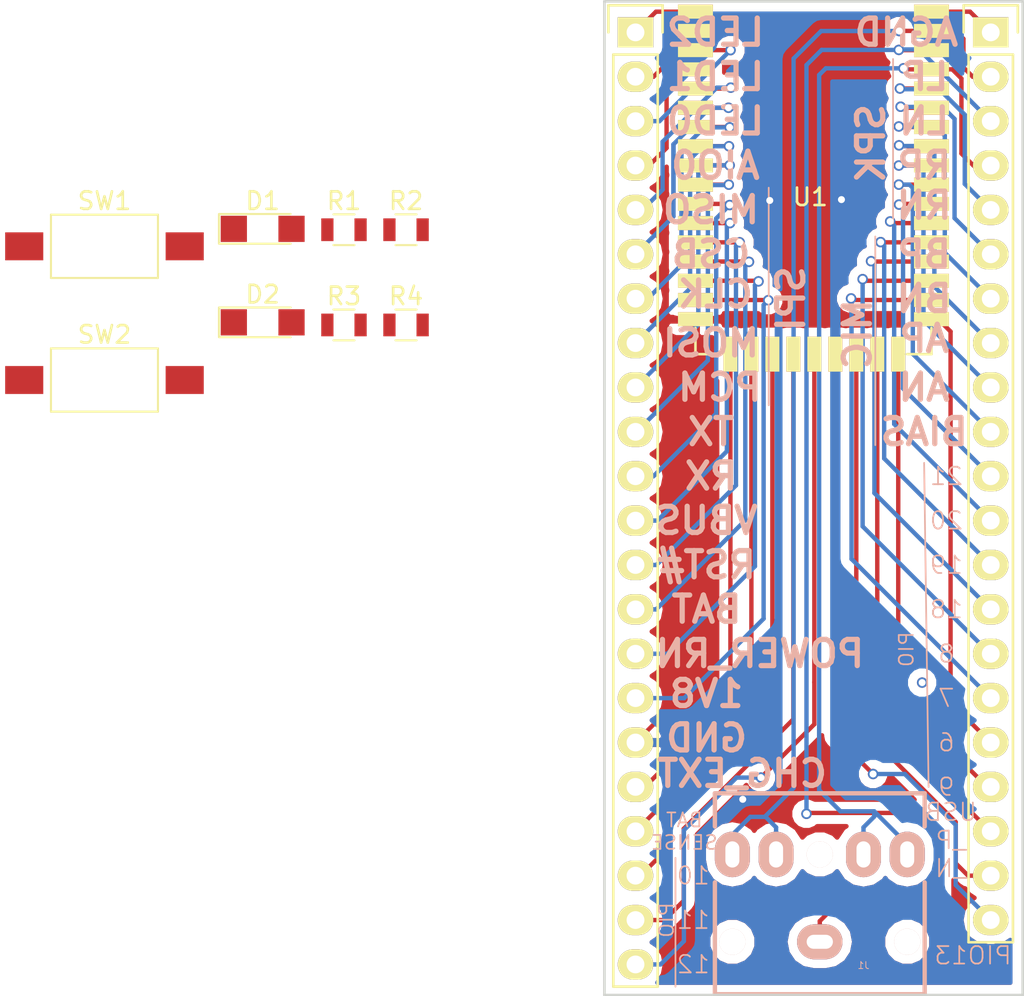
<source format=kicad_pcb>
(kicad_pcb (version 20171130) (host pcbnew 5.0-dev-unknown-dd04bcb~61~ubuntu16.04.1)

  (general
    (thickness 1.6)
    (drawings 56)
    (tracks 313)
    (zones 0)
    (modules 12)
    (nets 47)
  )

  (page A4)
  (layers
    (0 F.Cu signal)
    (31 B.Cu signal)
    (32 B.Adhes user)
    (33 F.Adhes user)
    (34 B.Paste user)
    (35 F.Paste user)
    (36 B.SilkS user)
    (37 F.SilkS user)
    (38 B.Mask user)
    (39 F.Mask user)
    (40 Dwgs.User user)
    (41 Cmts.User user)
    (42 Eco1.User user)
    (43 Eco2.User user)
    (44 Edge.Cuts user)
    (45 Margin user)
    (46 B.CrtYd user)
    (47 F.CrtYd user)
    (48 B.Fab user)
    (49 F.Fab user)
  )

  (setup
    (last_trace_width 0.25)
    (trace_clearance 0.2)
    (zone_clearance 0.508)
    (zone_45_only yes)
    (trace_min 0.2)
    (segment_width 0.1)
    (edge_width 0.15)
    (via_size 0.6)
    (via_drill 0.4)
    (via_min_size 0.4)
    (via_min_drill 0.3)
    (uvia_size 0.3)
    (uvia_drill 0.1)
    (uvias_allowed no)
    (uvia_min_size 0.2)
    (uvia_min_drill 0.1)
    (pcb_text_width 0.3)
    (pcb_text_size 1.5 1.5)
    (mod_edge_width 0.15)
    (mod_text_size 1 1)
    (mod_text_width 0.15)
    (pad_size 1.524 1.524)
    (pad_drill 0.762)
    (pad_to_mask_clearance 0.2)
    (aux_axis_origin 0 0)
    (visible_elements FFFFFF7F)
    (pcbplotparams
      (layerselection 0x00030_ffffffff)
      (usegerberextensions false)
      (usegerberattributes false)
      (usegerberadvancedattributes false)
      (creategerberjobfile false)
      (excludeedgelayer true)
      (linewidth 1.000000)
      (plotframeref false)
      (viasonmask false)
      (mode 1)
      (useauxorigin false)
      (hpglpennumber 1)
      (hpglpenspeed 20)
      (hpglpendiameter 15)
      (psnegative false)
      (psa4output false)
      (plotreference true)
      (plotvalue true)
      (plotinvisibletext false)
      (padsonsilk false)
      (subtractmaskfromsilk false)
      (outputformat 1)
      (mirror false)
      (drillshape 1)
      (scaleselection 1)
      (outputdirectory ""))
  )

  (net 0 "")
  (net 1 "Net-(P1-Pad1)")
  (net 2 "Net-(P1-Pad4)")
  (net 3 "Net-(P1-Pad5)")
  (net 4 "Net-(P1-Pad6)")
  (net 5 "Net-(P1-Pad7)")
  (net 6 "Net-(P1-Pad8)")
  (net 7 "Net-(P1-Pad9)")
  (net 8 "Net-(P1-Pad10)")
  (net 9 "Net-(P1-Pad11)")
  (net 10 "Net-(P1-Pad12)")
  (net 11 "Net-(P1-Pad16)")
  (net 12 "Net-(P1-Pad18)")
  (net 13 "Net-(P1-Pad19)")
  (net 14 "Net-(P1-Pad20)")
  (net 15 "Net-(P1-Pad21)")
  (net 16 "Net-(P1-Pad22)")
  (net 17 "Net-(P2-Pad5)")
  (net 18 "Net-(P2-Pad6)")
  (net 19 "Net-(P2-Pad7)")
  (net 20 "Net-(P2-Pad8)")
  (net 21 "Net-(P2-Pad9)")
  (net 22 "Net-(P2-Pad10)")
  (net 23 "Net-(P2-Pad11)")
  (net 24 "Net-(P2-Pad12)")
  (net 25 "Net-(P2-Pad13)")
  (net 26 "Net-(P2-Pad14)")
  (net 27 "Net-(P2-Pad15)")
  (net 28 "Net-(P2-Pad16)")
  (net 29 "Net-(P2-Pad17)")
  (net 30 "Net-(P2-Pad18)")
  (net 31 "Net-(P2-Pad19)")
  (net 32 "Net-(P2-Pad20)")
  (net 33 "Net-(P2-Pad21)")
  (net 34 /GND)
  (net 35 "Net-(P2-Pad1)")
  (net 36 "Net-(D1-Pad2)")
  (net 37 /LED1)
  (net 38 /LED0)
  (net 39 "Net-(D2-Pad2)")
  (net 40 /HGND)
  (net 41 /HL)
  (net 42 /HR)
  (net 43 /RST#)
  (net 44 /BAT)
  (net 45 /POWER_ON)
  (net 46 "Net-(J2-Pad2)")

  (net_class Default "This is the default net class."
    (clearance 0.2)
    (trace_width 0.25)
    (via_dia 0.6)
    (via_drill 0.4)
    (uvia_dia 0.3)
    (uvia_drill 0.1)
    (add_net /BAT)
    (add_net /GND)
    (add_net /HGND)
    (add_net /HL)
    (add_net /HR)
    (add_net /LED0)
    (add_net /LED1)
    (add_net /POWER_ON)
    (add_net /RST#)
    (add_net "Net-(D1-Pad2)")
    (add_net "Net-(D2-Pad2)")
    (add_net "Net-(J2-Pad2)")
    (add_net "Net-(P1-Pad1)")
    (add_net "Net-(P1-Pad10)")
    (add_net "Net-(P1-Pad11)")
    (add_net "Net-(P1-Pad12)")
    (add_net "Net-(P1-Pad16)")
    (add_net "Net-(P1-Pad18)")
    (add_net "Net-(P1-Pad19)")
    (add_net "Net-(P1-Pad20)")
    (add_net "Net-(P1-Pad21)")
    (add_net "Net-(P1-Pad22)")
    (add_net "Net-(P1-Pad4)")
    (add_net "Net-(P1-Pad5)")
    (add_net "Net-(P1-Pad6)")
    (add_net "Net-(P1-Pad7)")
    (add_net "Net-(P1-Pad8)")
    (add_net "Net-(P1-Pad9)")
    (add_net "Net-(P2-Pad1)")
    (add_net "Net-(P2-Pad10)")
    (add_net "Net-(P2-Pad11)")
    (add_net "Net-(P2-Pad12)")
    (add_net "Net-(P2-Pad13)")
    (add_net "Net-(P2-Pad14)")
    (add_net "Net-(P2-Pad15)")
    (add_net "Net-(P2-Pad16)")
    (add_net "Net-(P2-Pad17)")
    (add_net "Net-(P2-Pad18)")
    (add_net "Net-(P2-Pad19)")
    (add_net "Net-(P2-Pad20)")
    (add_net "Net-(P2-Pad21)")
    (add_net "Net-(P2-Pad5)")
    (add_net "Net-(P2-Pad6)")
    (add_net "Net-(P2-Pad7)")
    (add_net "Net-(P2-Pad8)")
    (add_net "Net-(P2-Pad9)")
  )

  (module my_modules:F-3188_CSR8645_no_silk_under_antena (layer F.Cu) (tedit 56DEA7E1) (tstamp 56E97A0A)
    (at 138.049 86.995)
    (path /56E97AB3)
    (fp_text reference U1 (at 6.57 -8.99) (layer F.SilkS)
      (effects (font (size 1 1) (thickness 0.15)))
    )
    (fp_text value F-3188_CSR8645 (at 6.68 -10.9) (layer F.Fab)
      (effects (font (size 1 1) (thickness 0.15)))
    )
    (fp_line (start 13.5 -1.5) (end 13.5 0) (layer F.SilkS) (width 0.15))
    (fp_line (start 13.5 0) (end 12.1 0) (layer F.SilkS) (width 0.15))
    (fp_line (start 0 -1.5) (end 0 0) (layer F.SilkS) (width 0.15))
    (fp_line (start 0 0) (end 1.5 0) (layer F.SilkS) (width 0.15))
    (pad 1 smd rect (at 0 -19.6) (size 2 0.8) (layers F.Cu F.Paste F.SilkS F.Mask)
      (net 1 "Net-(P1-Pad1)"))
    (pad 2 smd rect (at 0 -18.5) (size 2 0.8) (layers F.Cu F.Paste F.SilkS F.Mask)
      (net 37 /LED1))
    (pad 3 smd rect (at 0 -17.4) (size 2 0.8) (layers F.Cu F.Paste F.SilkS F.Mask)
      (net 38 /LED0))
    (pad 4 smd rect (at 0 -16.3) (size 2 0.8) (layers F.Cu F.Paste F.SilkS F.Mask)
      (net 2 "Net-(P1-Pad4)"))
    (pad 5 smd rect (at 0 -15.2) (size 2 0.8) (layers F.Cu F.Paste F.SilkS F.Mask)
      (net 3 "Net-(P1-Pad5)"))
    (pad 6 smd rect (at 0 -14.1) (size 2 0.8) (layers F.Cu F.Paste F.SilkS F.Mask)
      (net 4 "Net-(P1-Pad6)"))
    (pad 7 smd rect (at 0 -13) (size 2 0.8) (layers F.Cu F.Paste F.SilkS F.Mask)
      (net 5 "Net-(P1-Pad7)"))
    (pad 8 smd rect (at 0 -11.9) (size 2 0.8) (layers F.Cu F.Paste F.SilkS F.Mask)
      (net 6 "Net-(P1-Pad8)"))
    (pad 9 smd rect (at 0 -10.8) (size 2 0.8) (layers F.Cu F.Paste F.SilkS F.Mask)
      (net 7 "Net-(P1-Pad9)"))
    (pad 10 smd rect (at 0 -9.7) (size 2 0.8) (layers F.Cu F.Paste F.SilkS F.Mask)
      (net 8 "Net-(P1-Pad10)"))
    (pad 11 smd rect (at 0 -8.6) (size 2 0.8) (layers F.Cu F.Paste F.SilkS F.Mask)
      (net 9 "Net-(P1-Pad11)"))
    (pad 12 smd rect (at 0 -7.5) (size 2 0.8) (layers F.Cu F.Paste F.SilkS F.Mask)
      (net 10 "Net-(P1-Pad12)"))
    (pad 13 smd rect (at 0 -6.4) (size 2 0.8) (layers F.Cu F.Paste F.SilkS F.Mask)
      (net 43 /RST#))
    (pad 14 smd rect (at 0 -5.3) (size 2 0.8) (layers F.Cu F.Paste F.SilkS F.Mask)
      (net 44 /BAT))
    (pad 15 smd rect (at 0 -4.2) (size 2 0.8) (layers F.Cu F.Paste F.SilkS F.Mask)
      (net 45 /POWER_ON))
    (pad 16 smd rect (at 0 -3.1) (size 2 0.8) (layers F.Cu F.Paste F.SilkS F.Mask)
      (net 11 "Net-(P1-Pad16)"))
    (pad 17 smd rect (at 0 -2) (size 2 0.8) (layers F.Cu F.Paste F.SilkS F.Mask)
      (net 34 /GND))
    (pad 18 smd rect (at 2 0) (size 0.8 2) (layers F.Cu F.Paste F.SilkS F.Mask)
      (net 12 "Net-(P1-Pad18)"))
    (pad 19 smd rect (at 3.2 0) (size 0.8 2) (layers F.Cu F.Paste F.SilkS F.Mask)
      (net 13 "Net-(P1-Pad19)"))
    (pad 20 smd rect (at 4.4 0) (size 0.8 2) (layers F.Cu F.Paste F.SilkS F.Mask)
      (net 14 "Net-(P1-Pad20)"))
    (pad 21 smd rect (at 5.6 0) (size 0.8 2) (layers F.Cu F.Paste F.SilkS F.Mask)
      (net 15 "Net-(P1-Pad21)"))
    (pad 22 smd rect (at 6.8 0) (size 0.8 2) (layers F.Cu F.Paste F.SilkS F.Mask)
      (net 16 "Net-(P1-Pad22)"))
    (pad 23 smd rect (at 8 0) (size 0.8 2) (layers F.Cu F.Paste F.SilkS F.Mask)
      (net 33 "Net-(P2-Pad21)"))
    (pad 24 smd rect (at 9.2 0) (size 0.8 2) (layers F.Cu F.Paste F.SilkS F.Mask)
      (net 32 "Net-(P2-Pad20)"))
    (pad 25 smd rect (at 10.4 0) (size 0.8 2) (layers F.Cu F.Paste F.SilkS F.Mask)
      (net 31 "Net-(P2-Pad19)"))
    (pad 26 smd rect (at 11.6 0) (size 0.8 2) (layers F.Cu F.Paste F.SilkS F.Mask)
      (net 30 "Net-(P2-Pad18)"))
    (pad 43 smd rect (at 13.5 -19.6) (size 2 0.8) (layers F.Cu F.Paste F.SilkS F.Mask)
      (net 35 "Net-(P2-Pad1)"))
    (pad 42 smd rect (at 13.5 -18.5) (size 2 0.8) (layers F.Cu F.Paste F.SilkS F.Mask)
      (net 42 /HR))
    (pad 41 smd rect (at 13.5 -17.4) (size 2 0.8) (layers F.Cu F.Paste F.SilkS F.Mask)
      (net 40 /HGND))
    (pad 40 smd rect (at 13.5 -16.3) (size 2 0.8) (layers F.Cu F.Paste F.SilkS F.Mask)
      (net 41 /HL))
    (pad 39 smd rect (at 13.5 -15.2) (size 2 0.8) (layers F.Cu F.Paste F.SilkS F.Mask)
      (net 17 "Net-(P2-Pad5)"))
    (pad 38 smd rect (at 13.5 -14.1) (size 2 0.8) (layers F.Cu F.Paste F.SilkS F.Mask)
      (net 18 "Net-(P2-Pad6)"))
    (pad 37 smd rect (at 13.5 -13) (size 2 0.8) (layers F.Cu F.Paste F.SilkS F.Mask)
      (net 19 "Net-(P2-Pad7)"))
    (pad 36 smd rect (at 13.5 -11.9) (size 2 0.8) (layers F.Cu F.Paste F.SilkS F.Mask)
      (net 20 "Net-(P2-Pad8)"))
    (pad 35 smd rect (at 13.5 -10.8) (size 2 0.8) (layers F.Cu F.Paste F.SilkS F.Mask)
      (net 21 "Net-(P2-Pad9)"))
    (pad 34 smd rect (at 13.5 -9.7) (size 2 0.8) (layers F.Cu F.Paste F.SilkS F.Mask)
      (net 22 "Net-(P2-Pad10)"))
    (pad 33 smd rect (at 13.5 -8.6) (size 2 0.8) (layers F.Cu F.Paste F.SilkS F.Mask)
      (net 23 "Net-(P2-Pad11)"))
    (pad 32 smd rect (at 13.5 -7.5) (size 2 0.8) (layers F.Cu F.Paste F.SilkS F.Mask)
      (net 24 "Net-(P2-Pad12)"))
    (pad 31 smd rect (at 13.5 -6.4) (size 2 0.8) (layers F.Cu F.Paste F.SilkS F.Mask)
      (net 25 "Net-(P2-Pad13)"))
    (pad 30 smd rect (at 13.5 -5.3) (size 2 0.8) (layers F.Cu F.Paste F.SilkS F.Mask)
      (net 26 "Net-(P2-Pad14)"))
    (pad 29 smd rect (at 13.5 -4.2) (size 2 0.8) (layers F.Cu F.Paste F.SilkS F.Mask)
      (net 27 "Net-(P2-Pad15)"))
    (pad 28 smd rect (at 13.5 -3.1) (size 2 0.8) (layers F.Cu F.Paste F.SilkS F.Mask)
      (net 28 "Net-(P2-Pad16)"))
    (pad 27 smd rect (at 13.5 -2) (size 2 0.8) (layers F.Cu F.Paste F.SilkS F.Mask)
      (net 29 "Net-(P2-Pad17)"))
  )

  (module Pin_Headers:Pin_Header_Straight_1x22 (layer F.Cu) (tedit 599FF435) (tstamp 56E979B3)
    (at 134.62 68.58)
    (descr "Through hole pin header")
    (tags "pin header")
    (path /56E97BD5)
    (fp_text reference P1 (at 0 -5.1) (layer F.SilkS) hide
      (effects (font (size 1 1) (thickness 0.15)))
    )
    (fp_text value CONN_01X22 (at 0 -3.1) (layer F.Fab) hide
      (effects (font (size 1 1) (thickness 0.15)))
    )
    (fp_line (start -1.75 -1.75) (end -1.75 55.1) (layer F.CrtYd) (width 0.05))
    (fp_line (start 1.75 -1.75) (end 1.75 55.1) (layer F.CrtYd) (width 0.05))
    (fp_line (start -1.75 -1.75) (end 1.75 -1.75) (layer F.CrtYd) (width 0.05))
    (fp_line (start -1.75 55.1) (end 1.75 55.1) (layer F.CrtYd) (width 0.05))
    (fp_line (start -1.27 1.27) (end -1.27 54.61) (layer F.SilkS) (width 0.15))
    (fp_line (start -1.27 54.61) (end 1.27 54.61) (layer F.SilkS) (width 0.15))
    (fp_line (start 1.27 54.61) (end 1.27 1.27) (layer F.SilkS) (width 0.15))
    (fp_line (start 1.55 -1.55) (end 1.55 0) (layer F.SilkS) (width 0.15))
    (fp_line (start 1.27 1.27) (end -1.27 1.27) (layer F.SilkS) (width 0.15))
    (fp_line (start -1.55 0) (end -1.55 -1.55) (layer F.SilkS) (width 0.15))
    (fp_line (start -1.55 -1.55) (end 1.55 -1.55) (layer F.SilkS) (width 0.15))
    (pad 1 thru_hole rect (at 0 0) (size 2.032 1.7272) (drill 1.016) (layers *.Cu *.Mask F.SilkS)
      (net 1 "Net-(P1-Pad1)"))
    (pad 2 thru_hole oval (at 0 2.54) (size 2.032 1.7272) (drill 1.016) (layers *.Cu *.Mask F.SilkS)
      (net 37 /LED1))
    (pad 3 thru_hole oval (at 0 5.08) (size 2.032 1.7272) (drill 1.016) (layers *.Cu *.Mask F.SilkS)
      (net 38 /LED0))
    (pad 4 thru_hole oval (at 0 7.62) (size 2.032 1.7272) (drill 1.016) (layers *.Cu *.Mask F.SilkS)
      (net 2 "Net-(P1-Pad4)"))
    (pad 5 thru_hole oval (at 0 10.16) (size 2.032 1.7272) (drill 1.016) (layers *.Cu *.Mask F.SilkS)
      (net 3 "Net-(P1-Pad5)"))
    (pad 6 thru_hole oval (at 0 12.7) (size 2.032 1.7272) (drill 1.016) (layers *.Cu *.Mask F.SilkS)
      (net 4 "Net-(P1-Pad6)"))
    (pad 7 thru_hole oval (at 0 15.24) (size 2.032 1.7272) (drill 1.016) (layers *.Cu *.Mask F.SilkS)
      (net 5 "Net-(P1-Pad7)"))
    (pad 8 thru_hole oval (at 0 17.78) (size 2.032 1.7272) (drill 1.016) (layers *.Cu *.Mask F.SilkS)
      (net 6 "Net-(P1-Pad8)"))
    (pad 9 thru_hole oval (at 0 20.32) (size 2.032 1.7272) (drill 1.016) (layers *.Cu *.Mask F.SilkS)
      (net 7 "Net-(P1-Pad9)"))
    (pad 10 thru_hole oval (at 0 22.86) (size 2.032 1.7272) (drill 1.016) (layers *.Cu *.Mask F.SilkS)
      (net 8 "Net-(P1-Pad10)"))
    (pad 11 thru_hole oval (at 0 25.4) (size 2.032 1.7272) (drill 1.016) (layers *.Cu *.Mask F.SilkS)
      (net 9 "Net-(P1-Pad11)"))
    (pad 12 thru_hole oval (at 0 27.94) (size 2.032 1.7272) (drill 1.016) (layers *.Cu *.Mask F.SilkS)
      (net 10 "Net-(P1-Pad12)"))
    (pad 13 thru_hole oval (at 0 30.48) (size 2.032 1.7272) (drill 1.016) (layers *.Cu *.Mask F.SilkS)
      (net 43 /RST#))
    (pad 14 thru_hole oval (at 0 33.02) (size 2.032 1.7272) (drill 1.016) (layers *.Cu *.Mask F.SilkS)
      (net 44 /BAT))
    (pad 15 thru_hole oval (at 0 35.56) (size 2.032 1.7272) (drill 1.016) (layers *.Cu *.Mask F.SilkS)
      (net 45 /POWER_ON))
    (pad 16 thru_hole oval (at 0 38.1) (size 2.032 1.7272) (drill 1.016) (layers *.Cu *.Mask F.SilkS)
      (net 11 "Net-(P1-Pad16)"))
    (pad 17 thru_hole oval (at 0 40.64) (size 2.032 1.7272) (drill 1.016) (layers *.Cu *.Mask F.SilkS)
      (net 34 /GND))
    (pad 18 thru_hole oval (at 0 43.18) (size 2.032 1.7272) (drill 1.016) (layers *.Cu *.Mask F.SilkS)
      (net 12 "Net-(P1-Pad18)"))
    (pad 19 thru_hole oval (at 0 45.72) (size 2.032 1.7272) (drill 1.016) (layers *.Cu *.Mask F.SilkS)
      (net 13 "Net-(P1-Pad19)"))
    (pad 20 thru_hole oval (at 0 48.26) (size 2.032 1.7272) (drill 1.016) (layers *.Cu *.Mask F.SilkS)
      (net 14 "Net-(P1-Pad20)"))
    (pad 21 thru_hole oval (at 0 50.8) (size 2.032 1.7272) (drill 1.016) (layers *.Cu *.Mask F.SilkS)
      (net 15 "Net-(P1-Pad21)"))
    (pad 22 thru_hole oval (at 0 53.34) (size 2.032 1.7272) (drill 1.016) (layers *.Cu *.Mask F.SilkS)
      (net 16 "Net-(P1-Pad22)"))
    (model Pin_Headers.3dshapes/Pin_Header_Straight_1x22.wrl
      (offset (xyz 0 -26.66999959945679 0))
      (scale (xyz 1 1 1))
      (rotate (xyz 0 0 90))
    )
  )

  (module Pin_Headers:Pin_Header_Straight_1x21 (layer F.Cu) (tedit 599FF42F) (tstamp 56E979D7)
    (at 154.94 68.58)
    (descr "Through hole pin header")
    (tags "pin header")
    (path /56E97AFF)
    (fp_text reference P2 (at 0 -5.1) (layer F.SilkS) hide
      (effects (font (size 1 1) (thickness 0.15)))
    )
    (fp_text value CONN_01X21 (at 0 -3.1) (layer F.Fab) hide
      (effects (font (size 1 1) (thickness 0.15)))
    )
    (fp_line (start -1.75 -1.75) (end -1.75 52.55) (layer F.CrtYd) (width 0.05))
    (fp_line (start 1.75 -1.75) (end 1.75 52.55) (layer F.CrtYd) (width 0.05))
    (fp_line (start -1.75 -1.75) (end 1.75 -1.75) (layer F.CrtYd) (width 0.05))
    (fp_line (start -1.75 52.55) (end 1.75 52.55) (layer F.CrtYd) (width 0.05))
    (fp_line (start 1.27 1.27) (end 1.27 52.07) (layer F.SilkS) (width 0.15))
    (fp_line (start 1.27 52.07) (end -1.27 52.07) (layer F.SilkS) (width 0.15))
    (fp_line (start -1.27 52.07) (end -1.27 1.27) (layer F.SilkS) (width 0.15))
    (fp_line (start 1.55 -1.55) (end 1.55 0) (layer F.SilkS) (width 0.15))
    (fp_line (start 1.27 1.27) (end -1.27 1.27) (layer F.SilkS) (width 0.15))
    (fp_line (start -1.55 0) (end -1.55 -1.55) (layer F.SilkS) (width 0.15))
    (fp_line (start -1.55 -1.55) (end 1.55 -1.55) (layer F.SilkS) (width 0.15))
    (pad 1 thru_hole rect (at 0 0) (size 2.032 1.7272) (drill 1.016) (layers *.Cu *.Mask F.SilkS)
      (net 35 "Net-(P2-Pad1)"))
    (pad 2 thru_hole oval (at 0 2.54) (size 2.032 1.7272) (drill 1.016) (layers *.Cu *.Mask F.SilkS)
      (net 42 /HR))
    (pad 3 thru_hole oval (at 0 5.08) (size 2.032 1.7272) (drill 1.016) (layers *.Cu *.Mask F.SilkS)
      (net 40 /HGND))
    (pad 4 thru_hole oval (at 0 7.62) (size 2.032 1.7272) (drill 1.016) (layers *.Cu *.Mask F.SilkS)
      (net 41 /HL))
    (pad 5 thru_hole oval (at 0 10.16) (size 2.032 1.7272) (drill 1.016) (layers *.Cu *.Mask F.SilkS)
      (net 17 "Net-(P2-Pad5)"))
    (pad 6 thru_hole oval (at 0 12.7) (size 2.032 1.7272) (drill 1.016) (layers *.Cu *.Mask F.SilkS)
      (net 18 "Net-(P2-Pad6)"))
    (pad 7 thru_hole oval (at 0 15.24) (size 2.032 1.7272) (drill 1.016) (layers *.Cu *.Mask F.SilkS)
      (net 19 "Net-(P2-Pad7)"))
    (pad 8 thru_hole oval (at 0 17.78) (size 2.032 1.7272) (drill 1.016) (layers *.Cu *.Mask F.SilkS)
      (net 20 "Net-(P2-Pad8)"))
    (pad 9 thru_hole oval (at 0 20.32) (size 2.032 1.7272) (drill 1.016) (layers *.Cu *.Mask F.SilkS)
      (net 21 "Net-(P2-Pad9)"))
    (pad 10 thru_hole oval (at 0 22.86) (size 2.032 1.7272) (drill 1.016) (layers *.Cu *.Mask F.SilkS)
      (net 22 "Net-(P2-Pad10)"))
    (pad 11 thru_hole oval (at 0 25.4) (size 2.032 1.7272) (drill 1.016) (layers *.Cu *.Mask F.SilkS)
      (net 23 "Net-(P2-Pad11)"))
    (pad 12 thru_hole oval (at 0 27.94) (size 2.032 1.7272) (drill 1.016) (layers *.Cu *.Mask F.SilkS)
      (net 24 "Net-(P2-Pad12)"))
    (pad 13 thru_hole oval (at 0 30.48) (size 2.032 1.7272) (drill 1.016) (layers *.Cu *.Mask F.SilkS)
      (net 25 "Net-(P2-Pad13)"))
    (pad 14 thru_hole oval (at 0 33.02) (size 2.032 1.7272) (drill 1.016) (layers *.Cu *.Mask F.SilkS)
      (net 26 "Net-(P2-Pad14)"))
    (pad 15 thru_hole oval (at 0 35.56) (size 2.032 1.7272) (drill 1.016) (layers *.Cu *.Mask F.SilkS)
      (net 27 "Net-(P2-Pad15)"))
    (pad 16 thru_hole oval (at 0 38.1) (size 2.032 1.7272) (drill 1.016) (layers *.Cu *.Mask F.SilkS)
      (net 28 "Net-(P2-Pad16)"))
    (pad 17 thru_hole oval (at 0 40.64) (size 2.032 1.7272) (drill 1.016) (layers *.Cu *.Mask F.SilkS)
      (net 29 "Net-(P2-Pad17)"))
    (pad 18 thru_hole oval (at 0 43.18) (size 2.032 1.7272) (drill 1.016) (layers *.Cu *.Mask F.SilkS)
      (net 30 "Net-(P2-Pad18)"))
    (pad 19 thru_hole oval (at 0 45.72) (size 2.032 1.7272) (drill 1.016) (layers *.Cu *.Mask F.SilkS)
      (net 31 "Net-(P2-Pad19)"))
    (pad 20 thru_hole oval (at 0 48.26) (size 2.032 1.7272) (drill 1.016) (layers *.Cu *.Mask F.SilkS)
      (net 32 "Net-(P2-Pad20)"))
    (pad 21 thru_hole oval (at 0 50.8) (size 2.032 1.7272) (drill 1.016) (layers *.Cu *.Mask F.SilkS)
      (net 33 "Net-(P2-Pad21)"))
    (model Pin_Headers.3dshapes/Pin_Header_Straight_1x21.wrl
      (offset (xyz 0 -25.39999961853027 0))
      (scale (xyz 1 1 1))
      (rotate (xyz 0 0 90))
    )
  )

  (module jacks:3.5mm_stereo_jack_PJ306M_no_screw_terminal (layer B.Cu) (tedit 5812106C) (tstamp 56E9798E)
    (at 145.161 120.6246)
    (path /56E988D9)
    (fp_text reference J1 (at 2.5 1.35) (layer B.SilkS)
      (effects (font (size 0.39878 0.39878) (thickness 0.0508)) (justify mirror))
    )
    (fp_text value SCJ368R1NUS0B00G (at 0 -2.35) (layer B.SilkS) hide
      (effects (font (size 1.524 1.524) (thickness 0.3048)) (justify mirror))
    )
    (fp_line (start -6 -3.4) (end -6 3) (layer B.SilkS) (width 0.25))
    (fp_line (start 6 -3.4) (end 6 3) (layer B.SilkS) (width 0.25))
    (fp_line (start 6 -8.5) (end 6 -6.6) (layer B.SilkS) (width 0.25))
    (fp_line (start -6 -8.5) (end -6 -6.6) (layer B.SilkS) (width 0.25))
    (fp_line (start 6 -8.5) (end -6 -8.5) (layer B.SilkS) (width 0.25))
    (fp_line (start -6 3) (end 6 3) (layer B.SilkS) (width 0.25))
    (pad 1 thru_hole oval (at 0 0) (size 2.6 2) (drill oval 1.5 0.8) (layers *.Cu *.Mask B.SilkS)
      (net 40 /HGND))
    (pad 2 thru_hole oval (at 5 -5) (size 2 2.6) (drill oval 0.8 1.5) (layers *.Cu *.Mask B.SilkS)
      (net 41 /HL))
    (pad 3 thru_hole oval (at 2.5 -5) (size 2 2.6) (drill oval 0.8 1.5) (layers *.Cu *.Mask B.SilkS)
      (net 41 /HL))
    (pad 5 thru_hole oval (at -5 -5) (size 2 2.6) (drill oval 0.8 1.5) (layers *.Cu *.Mask B.SilkS)
      (net 42 /HR))
    (pad 4 thru_hole oval (at -2.5 -5) (size 2 2.6) (drill oval 0.8 1.5) (layers *.Cu *.Mask B.SilkS)
      (net 42 /HR))
    (pad "" np_thru_hole circle (at 0 -5) (size 1.5 1.5) (drill 1.5) (layers *.Cu *.Mask B.SilkS))
    (pad "" np_thru_hole circle (at 5 0) (size 1.5 1.5) (drill 1.5) (layers *.Cu *.Mask B.SilkS))
    (pad "" np_thru_hole circle (at -5 0) (size 1.5 1.5) (drill 1.5) (layers *.Cu *.Mask B.SilkS))
  )

  (module LEDs:LED_1206 (layer F.Cu) (tedit 57FE943C) (tstamp 5A93DD99)
    (at 113.294401 79.8243)
    (descr "LED 1206 smd package")
    (tags "LED led 1206 SMD smd SMT smt smdled SMDLED smtled SMTLED")
    (path /59A3B7BD)
    (attr smd)
    (fp_text reference D1 (at 0 -1.6) (layer F.SilkS)
      (effects (font (size 1 1) (thickness 0.15)))
    )
    (fp_text value LED1 (at 0 1.7) (layer F.Fab)
      (effects (font (size 1 1) (thickness 0.15)))
    )
    (fp_line (start -2.5 -0.85) (end -2.5 0.85) (layer F.SilkS) (width 0.12))
    (fp_line (start -0.45 -0.4) (end -0.45 0.4) (layer F.Fab) (width 0.1))
    (fp_line (start -0.4 0) (end 0.2 -0.4) (layer F.Fab) (width 0.1))
    (fp_line (start 0.2 0.4) (end -0.4 0) (layer F.Fab) (width 0.1))
    (fp_line (start 0.2 -0.4) (end 0.2 0.4) (layer F.Fab) (width 0.1))
    (fp_line (start 1.6 0.8) (end -1.6 0.8) (layer F.Fab) (width 0.1))
    (fp_line (start 1.6 -0.8) (end 1.6 0.8) (layer F.Fab) (width 0.1))
    (fp_line (start -1.6 -0.8) (end 1.6 -0.8) (layer F.Fab) (width 0.1))
    (fp_line (start -1.6 0.8) (end -1.6 -0.8) (layer F.Fab) (width 0.1))
    (fp_line (start -2.45 0.85) (end 1.6 0.85) (layer F.SilkS) (width 0.12))
    (fp_line (start -2.45 -0.85) (end 1.6 -0.85) (layer F.SilkS) (width 0.12))
    (fp_line (start 2.65 -1) (end 2.65 1) (layer F.CrtYd) (width 0.05))
    (fp_line (start 2.65 1) (end -2.65 1) (layer F.CrtYd) (width 0.05))
    (fp_line (start -2.65 1) (end -2.65 -1) (layer F.CrtYd) (width 0.05))
    (fp_line (start -2.65 -1) (end 2.65 -1) (layer F.CrtYd) (width 0.05))
    (pad 2 smd rect (at 1.65 0 180) (size 1.5 1.5) (layers F.Cu F.Paste F.Mask)
      (net 36 "Net-(D1-Pad2)"))
    (pad 1 smd rect (at -1.65 0 180) (size 1.5 1.5) (layers F.Cu F.Paste F.Mask)
      (net 37 /LED1))
    (model ${KISYS3DMOD}/LEDs.3dshapes/LED_1206.wrl
      (at (xyz 0 0 0))
      (scale (xyz 1 1 1))
      (rotate (xyz 0 0 180))
    )
  )

  (module LEDs:LED_1206 (layer F.Cu) (tedit 57FE943C) (tstamp 5A93DDAE)
    (at 113.294401 85.1743)
    (descr "LED 1206 smd package")
    (tags "LED led 1206 SMD smd SMT smt smdled SMDLED smtled SMTLED")
    (path /59A3B48E)
    (attr smd)
    (fp_text reference D2 (at 0 -1.6) (layer F.SilkS)
      (effects (font (size 1 1) (thickness 0.15)))
    )
    (fp_text value LED1 (at 0 1.7) (layer F.Fab)
      (effects (font (size 1 1) (thickness 0.15)))
    )
    (fp_line (start -2.65 -1) (end 2.65 -1) (layer F.CrtYd) (width 0.05))
    (fp_line (start -2.65 1) (end -2.65 -1) (layer F.CrtYd) (width 0.05))
    (fp_line (start 2.65 1) (end -2.65 1) (layer F.CrtYd) (width 0.05))
    (fp_line (start 2.65 -1) (end 2.65 1) (layer F.CrtYd) (width 0.05))
    (fp_line (start -2.45 -0.85) (end 1.6 -0.85) (layer F.SilkS) (width 0.12))
    (fp_line (start -2.45 0.85) (end 1.6 0.85) (layer F.SilkS) (width 0.12))
    (fp_line (start -1.6 0.8) (end -1.6 -0.8) (layer F.Fab) (width 0.1))
    (fp_line (start -1.6 -0.8) (end 1.6 -0.8) (layer F.Fab) (width 0.1))
    (fp_line (start 1.6 -0.8) (end 1.6 0.8) (layer F.Fab) (width 0.1))
    (fp_line (start 1.6 0.8) (end -1.6 0.8) (layer F.Fab) (width 0.1))
    (fp_line (start 0.2 -0.4) (end 0.2 0.4) (layer F.Fab) (width 0.1))
    (fp_line (start 0.2 0.4) (end -0.4 0) (layer F.Fab) (width 0.1))
    (fp_line (start -0.4 0) (end 0.2 -0.4) (layer F.Fab) (width 0.1))
    (fp_line (start -0.45 -0.4) (end -0.45 0.4) (layer F.Fab) (width 0.1))
    (fp_line (start -2.5 -0.85) (end -2.5 0.85) (layer F.SilkS) (width 0.12))
    (pad 1 smd rect (at -1.65 0 180) (size 1.5 1.5) (layers F.Cu F.Paste F.Mask)
      (net 38 /LED0))
    (pad 2 smd rect (at 1.65 0 180) (size 1.5 1.5) (layers F.Cu F.Paste F.Mask)
      (net 39 "Net-(D2-Pad2)"))
    (model ${KISYS3DMOD}/LEDs.3dshapes/LED_1206.wrl
      (at (xyz 0 0 0))
      (scale (xyz 1 1 1))
      (rotate (xyz 0 0 180))
    )
  )

  (module Resistors_SMD:R_0805 (layer F.Cu) (tedit 58E0A804) (tstamp 5A93DDBF)
    (at 117.944401 79.8743)
    (descr "Resistor SMD 0805, reflow soldering, Vishay (see dcrcw.pdf)")
    (tags "resistor 0805")
    (path /59A3BDA7)
    (attr smd)
    (fp_text reference R1 (at 0 -1.65) (layer F.SilkS)
      (effects (font (size 1 1) (thickness 0.15)))
    )
    (fp_text value 10k (at 0 1.75) (layer F.Fab)
      (effects (font (size 1 1) (thickness 0.15)))
    )
    (fp_text user %R (at 0 0) (layer F.Fab)
      (effects (font (size 0.5 0.5) (thickness 0.075)))
    )
    (fp_line (start -1 0.62) (end -1 -0.62) (layer F.Fab) (width 0.1))
    (fp_line (start 1 0.62) (end -1 0.62) (layer F.Fab) (width 0.1))
    (fp_line (start 1 -0.62) (end 1 0.62) (layer F.Fab) (width 0.1))
    (fp_line (start -1 -0.62) (end 1 -0.62) (layer F.Fab) (width 0.1))
    (fp_line (start 0.6 0.88) (end -0.6 0.88) (layer F.SilkS) (width 0.12))
    (fp_line (start -0.6 -0.88) (end 0.6 -0.88) (layer F.SilkS) (width 0.12))
    (fp_line (start -1.55 -0.9) (end 1.55 -0.9) (layer F.CrtYd) (width 0.05))
    (fp_line (start -1.55 -0.9) (end -1.55 0.9) (layer F.CrtYd) (width 0.05))
    (fp_line (start 1.55 0.9) (end 1.55 -0.9) (layer F.CrtYd) (width 0.05))
    (fp_line (start 1.55 0.9) (end -1.55 0.9) (layer F.CrtYd) (width 0.05))
    (pad 1 smd rect (at -0.95 0) (size 0.7 1.3) (layers F.Cu F.Paste F.Mask)
      (net 44 /BAT))
    (pad 2 smd rect (at 0.95 0) (size 0.7 1.3) (layers F.Cu F.Paste F.Mask)
      (net 43 /RST#))
    (model ${KISYS3DMOD}/Resistors_SMD.3dshapes/R_0805.wrl
      (at (xyz 0 0 0))
      (scale (xyz 1 1 1))
      (rotate (xyz 0 0 0))
    )
  )

  (module Resistors_SMD:R_0805 (layer F.Cu) (tedit 58E0A804) (tstamp 5A93DDD0)
    (at 121.494401 79.8743)
    (descr "Resistor SMD 0805, reflow soldering, Vishay (see dcrcw.pdf)")
    (tags "resistor 0805")
    (path /59A3BD2D)
    (attr smd)
    (fp_text reference R2 (at 0 -1.65) (layer F.SilkS)
      (effects (font (size 1 1) (thickness 0.15)))
    )
    (fp_text value 10k (at 0 1.75) (layer F.Fab)
      (effects (font (size 1 1) (thickness 0.15)))
    )
    (fp_line (start 1.55 0.9) (end -1.55 0.9) (layer F.CrtYd) (width 0.05))
    (fp_line (start 1.55 0.9) (end 1.55 -0.9) (layer F.CrtYd) (width 0.05))
    (fp_line (start -1.55 -0.9) (end -1.55 0.9) (layer F.CrtYd) (width 0.05))
    (fp_line (start -1.55 -0.9) (end 1.55 -0.9) (layer F.CrtYd) (width 0.05))
    (fp_line (start -0.6 -0.88) (end 0.6 -0.88) (layer F.SilkS) (width 0.12))
    (fp_line (start 0.6 0.88) (end -0.6 0.88) (layer F.SilkS) (width 0.12))
    (fp_line (start -1 -0.62) (end 1 -0.62) (layer F.Fab) (width 0.1))
    (fp_line (start 1 -0.62) (end 1 0.62) (layer F.Fab) (width 0.1))
    (fp_line (start 1 0.62) (end -1 0.62) (layer F.Fab) (width 0.1))
    (fp_line (start -1 0.62) (end -1 -0.62) (layer F.Fab) (width 0.1))
    (fp_text user %R (at 0 0) (layer F.Fab)
      (effects (font (size 0.5 0.5) (thickness 0.075)))
    )
    (pad 2 smd rect (at 0.95 0) (size 0.7 1.3) (layers F.Cu F.Paste F.Mask)
      (net 46 "Net-(J2-Pad2)"))
    (pad 1 smd rect (at -0.95 0) (size 0.7 1.3) (layers F.Cu F.Paste F.Mask)
      (net 44 /BAT))
    (model ${KISYS3DMOD}/Resistors_SMD.3dshapes/R_0805.wrl
      (at (xyz 0 0 0))
      (scale (xyz 1 1 1))
      (rotate (xyz 0 0 0))
    )
  )

  (module Resistors_SMD:R_0805 (layer F.Cu) (tedit 58E0A804) (tstamp 5A93DDE1)
    (at 117.944401 85.3243)
    (descr "Resistor SMD 0805, reflow soldering, Vishay (see dcrcw.pdf)")
    (tags "resistor 0805")
    (path /59A3B74C)
    (attr smd)
    (fp_text reference R3 (at 0 -1.65) (layer F.SilkS)
      (effects (font (size 1 1) (thickness 0.15)))
    )
    (fp_text value 1k (at 0 1.75) (layer F.Fab)
      (effects (font (size 1 1) (thickness 0.15)))
    )
    (fp_text user %R (at 0 0) (layer F.Fab)
      (effects (font (size 0.5 0.5) (thickness 0.075)))
    )
    (fp_line (start -1 0.62) (end -1 -0.62) (layer F.Fab) (width 0.1))
    (fp_line (start 1 0.62) (end -1 0.62) (layer F.Fab) (width 0.1))
    (fp_line (start 1 -0.62) (end 1 0.62) (layer F.Fab) (width 0.1))
    (fp_line (start -1 -0.62) (end 1 -0.62) (layer F.Fab) (width 0.1))
    (fp_line (start 0.6 0.88) (end -0.6 0.88) (layer F.SilkS) (width 0.12))
    (fp_line (start -0.6 -0.88) (end 0.6 -0.88) (layer F.SilkS) (width 0.12))
    (fp_line (start -1.55 -0.9) (end 1.55 -0.9) (layer F.CrtYd) (width 0.05))
    (fp_line (start -1.55 -0.9) (end -1.55 0.9) (layer F.CrtYd) (width 0.05))
    (fp_line (start 1.55 0.9) (end 1.55 -0.9) (layer F.CrtYd) (width 0.05))
    (fp_line (start 1.55 0.9) (end -1.55 0.9) (layer F.CrtYd) (width 0.05))
    (pad 1 smd rect (at -0.95 0) (size 0.7 1.3) (layers F.Cu F.Paste F.Mask)
      (net 44 /BAT))
    (pad 2 smd rect (at 0.95 0) (size 0.7 1.3) (layers F.Cu F.Paste F.Mask)
      (net 36 "Net-(D1-Pad2)"))
    (model ${KISYS3DMOD}/Resistors_SMD.3dshapes/R_0805.wrl
      (at (xyz 0 0 0))
      (scale (xyz 1 1 1))
      (rotate (xyz 0 0 0))
    )
  )

  (module Resistors_SMD:R_0805 (layer F.Cu) (tedit 58E0A804) (tstamp 5A93DDF2)
    (at 121.494401 85.3243)
    (descr "Resistor SMD 0805, reflow soldering, Vishay (see dcrcw.pdf)")
    (tags "resistor 0805")
    (path /59A3B572)
    (attr smd)
    (fp_text reference R4 (at 0 -1.65) (layer F.SilkS)
      (effects (font (size 1 1) (thickness 0.15)))
    )
    (fp_text value 1k (at 0 1.75) (layer F.Fab)
      (effects (font (size 1 1) (thickness 0.15)))
    )
    (fp_line (start 1.55 0.9) (end -1.55 0.9) (layer F.CrtYd) (width 0.05))
    (fp_line (start 1.55 0.9) (end 1.55 -0.9) (layer F.CrtYd) (width 0.05))
    (fp_line (start -1.55 -0.9) (end -1.55 0.9) (layer F.CrtYd) (width 0.05))
    (fp_line (start -1.55 -0.9) (end 1.55 -0.9) (layer F.CrtYd) (width 0.05))
    (fp_line (start -0.6 -0.88) (end 0.6 -0.88) (layer F.SilkS) (width 0.12))
    (fp_line (start 0.6 0.88) (end -0.6 0.88) (layer F.SilkS) (width 0.12))
    (fp_line (start -1 -0.62) (end 1 -0.62) (layer F.Fab) (width 0.1))
    (fp_line (start 1 -0.62) (end 1 0.62) (layer F.Fab) (width 0.1))
    (fp_line (start 1 0.62) (end -1 0.62) (layer F.Fab) (width 0.1))
    (fp_line (start -1 0.62) (end -1 -0.62) (layer F.Fab) (width 0.1))
    (fp_text user %R (at 0 0) (layer F.Fab)
      (effects (font (size 0.5 0.5) (thickness 0.075)))
    )
    (pad 2 smd rect (at 0.95 0) (size 0.7 1.3) (layers F.Cu F.Paste F.Mask)
      (net 39 "Net-(D2-Pad2)"))
    (pad 1 smd rect (at -0.95 0) (size 0.7 1.3) (layers F.Cu F.Paste F.Mask)
      (net 44 /BAT))
    (model ${KISYS3DMOD}/Resistors_SMD.3dshapes/R_0805.wrl
      (at (xyz 0 0 0))
      (scale (xyz 1 1 1))
      (rotate (xyz 0 0 0))
    )
  )

  (module Buttons_Switches_SMD:SW_SPST_FSMSM (layer F.Cu) (tedit 58723FBE) (tstamp 5A93DE0D)
    (at 104.244401 80.8243)
    (descr http://www.te.com/commerce/DocumentDelivery/DDEController?Action=srchrtrv&DocNm=1437566-3&DocType=Customer+Drawing&DocLang=English)
    (tags "SPST button tactile switch")
    (path /59A3B90C)
    (attr smd)
    (fp_text reference SW1 (at 0 -2.6) (layer F.SilkS)
      (effects (font (size 1 1) (thickness 0.15)))
    )
    (fp_text value RESET (at 0 3) (layer F.Fab)
      (effects (font (size 1 1) (thickness 0.15)))
    )
    (fp_line (start -5.95 -2) (end 5.95 -2) (layer F.CrtYd) (width 0.05))
    (fp_line (start -5.95 -2) (end -5.95 2) (layer F.CrtYd) (width 0.05))
    (fp_line (start 3 -1.75) (end 3 1.75) (layer F.Fab) (width 0.1))
    (fp_line (start -3 -1.75) (end -3 1.75) (layer F.Fab) (width 0.1))
    (fp_line (start -3 -1.75) (end 3 -1.75) (layer F.Fab) (width 0.1))
    (fp_line (start -3 1.75) (end 3 1.75) (layer F.Fab) (width 0.1))
    (fp_line (start 5.95 -2) (end 5.95 2) (layer F.CrtYd) (width 0.05))
    (fp_line (start -5.95 2) (end 5.95 2) (layer F.CrtYd) (width 0.05))
    (fp_line (start -1.5 -0.8) (end -1.5 0.8) (layer F.Fab) (width 0.1))
    (fp_line (start 1.5 -0.8) (end 1.5 0.8) (layer F.Fab) (width 0.1))
    (fp_line (start -1.5 -0.8) (end 1.5 -0.8) (layer F.Fab) (width 0.1))
    (fp_line (start -1.5 0.8) (end 1.5 0.8) (layer F.Fab) (width 0.1))
    (fp_line (start -3.06 1.81) (end -3.06 -1.81) (layer F.SilkS) (width 0.12))
    (fp_line (start 3.06 1.81) (end -3.06 1.81) (layer F.SilkS) (width 0.12))
    (fp_line (start 3.06 -1.81) (end 3.06 1.81) (layer F.SilkS) (width 0.12))
    (fp_line (start -3.06 -1.81) (end 3.06 -1.81) (layer F.SilkS) (width 0.12))
    (fp_line (start -1.75 1) (end -1.75 -1) (layer F.Fab) (width 0.1))
    (fp_line (start 1.75 1) (end -1.75 1) (layer F.Fab) (width 0.1))
    (fp_line (start 1.75 -1) (end 1.75 1) (layer F.Fab) (width 0.1))
    (fp_line (start -1.75 -1) (end 1.75 -1) (layer F.Fab) (width 0.1))
    (fp_text user %R (at 0 -2.6) (layer F.Fab)
      (effects (font (size 1 1) (thickness 0.15)))
    )
    (pad 2 smd rect (at 4.59 0) (size 2.18 1.6) (layers F.Cu F.Paste F.Mask)
      (net 34 /GND))
    (pad 1 smd rect (at -4.59 0) (size 2.18 1.6) (layers F.Cu F.Paste F.Mask)
      (net 43 /RST#))
    (model ${KISYS3DMOD}/Buttons_Switches_SMD.3dshapes/SW_SPST_FSMSM.wrl
      (at (xyz 0 0 0))
      (scale (xyz 1 1 1))
      (rotate (xyz 0 0 0))
    )
  )

  (module Buttons_Switches_SMD:SW_SPST_FSMSM (layer F.Cu) (tedit 58723FBE) (tstamp 5A93DE28)
    (at 104.244401 88.4743)
    (descr http://www.te.com/commerce/DocumentDelivery/DDEController?Action=srchrtrv&DocNm=1437566-3&DocType=Customer+Drawing&DocLang=English)
    (tags "SPST button tactile switch")
    (path /59A3B9B6)
    (attr smd)
    (fp_text reference SW2 (at 0 -2.6) (layer F.SilkS)
      (effects (font (size 1 1) (thickness 0.15)))
    )
    (fp_text value POWER_ON (at 0 3) (layer F.Fab)
      (effects (font (size 1 1) (thickness 0.15)))
    )
    (fp_text user %R (at 0 -2.6) (layer F.Fab)
      (effects (font (size 1 1) (thickness 0.15)))
    )
    (fp_line (start -1.75 -1) (end 1.75 -1) (layer F.Fab) (width 0.1))
    (fp_line (start 1.75 -1) (end 1.75 1) (layer F.Fab) (width 0.1))
    (fp_line (start 1.75 1) (end -1.75 1) (layer F.Fab) (width 0.1))
    (fp_line (start -1.75 1) (end -1.75 -1) (layer F.Fab) (width 0.1))
    (fp_line (start -3.06 -1.81) (end 3.06 -1.81) (layer F.SilkS) (width 0.12))
    (fp_line (start 3.06 -1.81) (end 3.06 1.81) (layer F.SilkS) (width 0.12))
    (fp_line (start 3.06 1.81) (end -3.06 1.81) (layer F.SilkS) (width 0.12))
    (fp_line (start -3.06 1.81) (end -3.06 -1.81) (layer F.SilkS) (width 0.12))
    (fp_line (start -1.5 0.8) (end 1.5 0.8) (layer F.Fab) (width 0.1))
    (fp_line (start -1.5 -0.8) (end 1.5 -0.8) (layer F.Fab) (width 0.1))
    (fp_line (start 1.5 -0.8) (end 1.5 0.8) (layer F.Fab) (width 0.1))
    (fp_line (start -1.5 -0.8) (end -1.5 0.8) (layer F.Fab) (width 0.1))
    (fp_line (start -5.95 2) (end 5.95 2) (layer F.CrtYd) (width 0.05))
    (fp_line (start 5.95 -2) (end 5.95 2) (layer F.CrtYd) (width 0.05))
    (fp_line (start -3 1.75) (end 3 1.75) (layer F.Fab) (width 0.1))
    (fp_line (start -3 -1.75) (end 3 -1.75) (layer F.Fab) (width 0.1))
    (fp_line (start -3 -1.75) (end -3 1.75) (layer F.Fab) (width 0.1))
    (fp_line (start 3 -1.75) (end 3 1.75) (layer F.Fab) (width 0.1))
    (fp_line (start -5.95 -2) (end -5.95 2) (layer F.CrtYd) (width 0.05))
    (fp_line (start -5.95 -2) (end 5.95 -2) (layer F.CrtYd) (width 0.05))
    (pad 1 smd rect (at -4.59 0) (size 2.18 1.6) (layers F.Cu F.Paste F.Mask)
      (net 46 "Net-(J2-Pad2)"))
    (pad 2 smd rect (at 4.59 0) (size 2.18 1.6) (layers F.Cu F.Paste F.Mask)
      (net 45 /POWER_ON))
    (model ${KISYS3DMOD}/Buttons_Switches_SMD.3dshapes/SW_SPST_FSMSM.wrl
      (at (xyz 0 0 0))
      (scale (xyz 1 1 1))
      (rotate (xyz 0 0 0))
    )
  )

  (gr_text AGND (at 150.114 68.58) (layer B.SilkS)
    (effects (font (size 1.5 1.5) (thickness 0.3)) (justify mirror))
  )
  (gr_line (start 149.352 70.104) (end 149.352 79.502) (layer B.SilkS) (width 0.1))
  (gr_text SPK (at 148.082 74.93 90) (layer B.SilkS)
    (effects (font (size 1.5 1.5) (thickness 0.3)) (justify mirror))
  )
  (gr_text LP (at 151.13 71.12) (layer B.SilkS) (tstamp 599FF307)
    (effects (font (size 1.5 1.5) (thickness 0.3)) (justify mirror))
  )
  (gr_text LN (at 151.13 73.66) (layer B.SilkS) (tstamp 599FF305)
    (effects (font (size 1.5 1.5) (thickness 0.3)) (justify mirror))
  )
  (gr_text RP (at 151.13 76.2) (layer B.SilkS) (tstamp 599FF303)
    (effects (font (size 1.5 1.5) (thickness 0.3)) (justify mirror))
  )
  (gr_text RN (at 151.13 78.486) (layer B.SilkS)
    (effects (font (size 1.5 1.5) (thickness 0.3)) (justify mirror))
  )
  (gr_text MIC (at 147.32 85.852 90) (layer B.SilkS)
    (effects (font (size 1.5 1.5) (thickness 0.3)) (justify mirror))
  )
  (gr_line (start 148.336 80.264) (end 148.336 92.202) (layer B.SilkS) (width 0.1))
  (gr_text BP (at 151.13 81.28) (layer B.SilkS) (tstamp 599FF2C8)
    (effects (font (size 1.5 1.5) (thickness 0.3)) (justify mirror))
  )
  (gr_text BN (at 151.13 83.82) (layer B.SilkS) (tstamp 599FF2C6)
    (effects (font (size 1.5 1.5) (thickness 0.3)) (justify mirror))
  )
  (gr_text AP (at 151.13 86.106) (layer B.SilkS) (tstamp 599FF2C3)
    (effects (font (size 1.5 1.5) (thickness 0.3)) (justify mirror))
  )
  (gr_text AN (at 151.13 88.9) (layer B.SilkS) (tstamp 599FF2C0)
    (effects (font (size 1.5 1.5) (thickness 0.3)) (justify mirror))
  )
  (gr_line (start 142.24 77.47) (end 142.24 89.916) (layer B.SilkS) (width 0.1))
  (gr_text SPI (at 143.51 83.82 90) (layer B.SilkS)
    (effects (font (size 1.5 1.5) (thickness 0.3)) (justify mirror))
  )
  (gr_line (start 151.13 93.218) (end 151.384 111.76) (layer B.SilkS) (width 0.1))
  (gr_text PIO (at 150.114 103.886 90) (layer B.SilkS) (tstamp 599FF264)
    (effects (font (size 0.8 0.8) (thickness 0.1)) (justify mirror))
  )
  (gr_text BIAS (at 151.13 91.44) (layer B.SilkS) (tstamp 599FF22B)
    (effects (font (size 1.5 1.5) (thickness 0.3)) (justify mirror))
  )
  (gr_text 21 (at 152.4 93.98) (layer B.SilkS) (tstamp 599FF229)
    (effects (font (size 1 1) (thickness 0.1)) (justify mirror))
  )
  (gr_text 20 (at 152.4 96.52) (layer B.SilkS) (tstamp 599FF227)
    (effects (font (size 1 1) (thickness 0.1)) (justify mirror))
  )
  (gr_text 19 (at 152.4 99.06) (layer B.SilkS) (tstamp 599FF225)
    (effects (font (size 1 1) (thickness 0.1)) (justify mirror))
  )
  (gr_text 18 (at 152.4 101.6) (layer B.SilkS) (tstamp 599FF223)
    (effects (font (size 1 1) (thickness 0.1)) (justify mirror))
  )
  (gr_text 8 (at 152.4 104.14) (layer B.SilkS) (tstamp 599FF221)
    (effects (font (size 1 1) (thickness 0.1)) (justify mirror))
  )
  (gr_text 7 (at 152.4 106.68) (layer B.SilkS) (tstamp 599FF21E)
    (effects (font (size 1 1) (thickness 0.1)) (justify mirror))
  )
  (gr_text 6 (at 152.4 109.22) (layer B.SilkS) (tstamp 599FF20D)
    (effects (font (size 1 1) (thickness 0.1)) (justify mirror))
  )
  (gr_text 9 (at 152.4 111.76) (layer B.SilkS) (tstamp 599FF1E3)
    (effects (font (size 1 1) (thickness 0.1)) (justify mirror))
  )
  (gr_text "USB\n_P\n_N" (at 152.654 114.808) (layer B.SilkS) (tstamp 599FF1AA)
    (effects (font (size 1 1) (thickness 0.1)) (justify mirror))
  )
  (gr_text PIO13 (at 153.924 121.412) (layer B.SilkS) (tstamp 599FF19B)
    (effects (font (size 1 1) (thickness 0.1)) (justify mirror))
  )
  (gr_line (start 136.906 123.19) (end 136.906 115.824) (layer B.SilkS) (width 0.1))
  (gr_text PIO (at 136.398 119.38 90) (layer B.SilkS)
    (effects (font (size 0.8 0.8) (thickness 0.1)) (justify mirror))
  )
  (gr_text 12 (at 137.922 121.92) (layer B.SilkS) (tstamp 599FF055)
    (effects (font (size 1 1) (thickness 0.1)) (justify mirror))
  )
  (gr_text 11 (at 137.922 119.38) (layer B.SilkS) (tstamp 599FF03A)
    (effects (font (size 1 1) (thickness 0.1)) (justify mirror))
  )
  (gr_text 10 (at 137.922 116.84) (layer B.SilkS) (tstamp 599FF018)
    (effects (font (size 1 1) (thickness 0.1)) (justify mirror))
  )
  (gr_text "BAT\nSENSE" (at 137.414 114.3) (layer B.SilkS) (tstamp 599FEFDF)
    (effects (font (size 0.8 0.8) (thickness 0.1)) (justify mirror))
  )
  (gr_text CHG_EXT (at 140.716 110.998) (layer B.SilkS) (tstamp 599FEEF0)
    (effects (font (size 1.5 1.5) (thickness 0.3)) (justify mirror))
  )
  (gr_text GND (at 138.684 108.966) (layer B.SilkS) (tstamp 599FEEEE)
    (effects (font (size 1.5 1.5) (thickness 0.3)) (justify mirror))
  )
  (gr_text 1V8 (at 138.684 106.426) (layer B.SilkS) (tstamp 599FEEEC)
    (effects (font (size 1.5 1.5) (thickness 0.3)) (justify mirror))
  )
  (gr_text POWER_RN (at 141.732 104.14) (layer B.SilkS) (tstamp 599FEEE7)
    (effects (font (size 1.5 1.5) (thickness 0.3)) (justify mirror))
  )
  (gr_text BAT (at 138.684 101.6) (layer B.SilkS) (tstamp 599FEEE4)
    (effects (font (size 1.5 1.5) (thickness 0.3)) (justify mirror))
  )
  (gr_text RST# (at 138.684 99.06) (layer B.SilkS) (tstamp 599FEEE2)
    (effects (font (size 1.5 1.5) (thickness 0.3)) (justify mirror))
  )
  (gr_text VBUS (at 138.684 96.52) (layer B.SilkS) (tstamp 599FEEE0)
    (effects (font (size 1.5 1.5) (thickness 0.3)) (justify mirror))
  )
  (gr_text RX (at 138.938 93.98) (layer B.SilkS) (tstamp 599FEEDE)
    (effects (font (size 1.5 1.5) (thickness 0.3)) (justify mirror))
  )
  (gr_text TX (at 138.938 91.44) (layer B.SilkS) (tstamp 599FEEDB)
    (effects (font (size 1.5 1.5) (thickness 0.3)) (justify mirror))
  )
  (gr_text PCM (at 139.446 88.9) (layer B.SilkS) (tstamp 599FEED8)
    (effects (font (size 1.5 1.5) (thickness 0.3)) (justify mirror))
  )
  (gr_text MOSI (at 138.938 86.36) (layer B.SilkS) (tstamp 599FEED4)
    (effects (font (size 1.5 1.5) (thickness 0.3)) (justify mirror))
  )
  (gr_text CLK (at 139.192 83.566) (layer B.SilkS) (tstamp 599FEED0)
    (effects (font (size 1.5 1.5) (thickness 0.3)) (justify mirror))
  )
  (gr_text CSB (at 138.938 81.28) (layer B.SilkS) (tstamp 599FEECE)
    (effects (font (size 1.5 1.5) (thickness 0.3)) (justify mirror))
  )
  (gr_text MISO (at 138.938 78.74) (layer B.SilkS) (tstamp 599FEEBA)
    (effects (font (size 1.5 1.5) (thickness 0.3)) (justify mirror))
  )
  (gr_text AIO0 (at 139.192 76.2) (layer B.SilkS) (tstamp 599FEE82)
    (effects (font (size 1.5 1.5) (thickness 0.3)) (justify mirror))
  )
  (gr_text LED0 (at 139.192 73.66) (layer B.SilkS) (tstamp 599FEE78)
    (effects (font (size 1.5 1.5) (thickness 0.3)) (justify mirror))
  )
  (gr_text LED1 (at 139.192 71.12) (layer B.SilkS) (tstamp 599FEE70)
    (effects (font (size 1.5 1.5) (thickness 0.3)) (justify mirror))
  )
  (gr_text LED2 (at 139.192 68.58) (layer B.SilkS)
    (effects (font (size 1.5 1.5) (thickness 0.3)) (justify mirror))
  )
  (gr_line (start 132.842 66.802) (end 156.7688 66.802) (angle 90) (layer Edge.Cuts) (width 0.15))
  (gr_line (start 156.7688 123.6726) (end 132.842 123.6726) (angle 90) (layer Edge.Cuts) (width 0.15))
  (gr_line (start 156.7688 123.6726) (end 156.7688 66.802) (angle 90) (layer Edge.Cuts) (width 0.15))
  (gr_line (start 132.842 66.802) (end 132.842 123.6726) (angle 90) (layer Edge.Cuts) (width 0.15))

  (via (at 151.0157 105.791) (size 0.6) (drill 0.4) (layers F.Cu B.Cu) (net 0))
  (segment (start 149.6822 69.5833) (end 145.2667 69.5833) (width 0.25) (layer B.Cu) (net 40))
  (segment (start 145.161 119.439) (end 145.161 120.6246) (width 0.25) (layer F.Cu) (net 40) (tstamp 58777A3B))
  (segment (start 146.05 118.55) (end 145.161 119.439) (width 0.25) (layer F.Cu) (net 40) (tstamp 58777A3A))
  (segment (start 151.95 118.55) (end 146.05 118.55) (width 0.25) (layer F.Cu) (net 40) (tstamp 58777A39))
  (segment (start 152.05 118.45) (end 151.95 118.55) (width 0.25) (layer F.Cu) (net 40) (tstamp 58777A38))
  (segment (start 152.05 114.3) (end 152.05 118.45) (width 0.25) (layer F.Cu) (net 40) (tstamp 58777A36))
  (segment (start 151 113.25) (end 152.05 114.3) (width 0.25) (layer F.Cu) (net 40) (tstamp 58777A34))
  (segment (start 144.45 113.25) (end 151 113.25) (width 0.25) (layer F.Cu) (net 40) (tstamp 58777A33))
  (segment (start 144.4 113.3) (end 144.45 113.25) (width 0.25) (layer F.Cu) (net 40) (tstamp 58777A32))
  (via (at 144.4 113.3) (size 0.6) (drill 0.4) (layers F.Cu B.Cu) (net 40))
  (segment (start 144.4 70.45) (end 144.4 113.3) (width 0.25) (layer B.Cu) (net 40) (tstamp 58777A24))
  (segment (start 145.2667 69.5833) (end 144.4 70.45) (width 0.25) (layer B.Cu) (net 40) (tstamp 58777A22))
  (segment (start 151.549 69.595) (end 149.6939 69.595) (width 0.25) (layer F.Cu) (net 40))
  (segment (start 150.8379 69.5579) (end 154.94 73.66) (width 0.25) (layer B.Cu) (net 40) (tstamp 5812D8C9))
  (segment (start 149.7076 69.5579) (end 150.8379 69.5579) (width 0.25) (layer B.Cu) (net 40) (tstamp 5812D8C8))
  (segment (start 149.6822 69.5833) (end 149.7076 69.5579) (width 0.25) (layer B.Cu) (net 40) (tstamp 5812D8C7))
  (via (at 149.6822 69.5833) (size 0.6) (drill 0.4) (layers F.Cu B.Cu) (net 40))
  (segment (start 149.6939 69.595) (end 149.6822 69.5833) (width 0.25) (layer F.Cu) (net 40) (tstamp 5812D8C5))
  (segment (start 147.661 115.6246) (end 147.661 114.0746) (width 0.25) (layer B.Cu) (net 41))
  (segment (start 147.661 114.0746) (end 148.2725 113.4631) (width 0.25) (layer B.Cu) (net 41))
  (segment (start 148.2725 113.4631) (end 148.2725 113.157) (width 0.25) (layer B.Cu) (net 41))
  (segment (start 150.161 115.6246) (end 150.161 115.0455) (width 0.25) (layer B.Cu) (net 41))
  (segment (start 150.161 115.0455) (end 148.2725 113.157) (width 0.25) (layer B.Cu) (net 41) (tstamp 5812D99F))
  (segment (start 145.1229 111.9378) (end 145.1229 71.0184) (width 0.25) (layer B.Cu) (net 41) (tstamp 5812D9A4))
  (segment (start 146.3421 113.157) (end 145.1229 111.9378) (width 0.25) (layer B.Cu) (net 41) (tstamp 5812D9A2))
  (segment (start 148.2725 113.157) (end 146.3421 113.157) (width 0.25) (layer B.Cu) (net 41) (tstamp 5812D9A0))
  (segment (start 150.161 115.6246) (end 150.161 115.154298) (width 0.25) (layer B.Cu) (net 41))
  (segment (start 145.5039 70.6374) (end 149.9489 70.6374) (width 0.25) (layer B.Cu) (net 41) (tstamp 5812D9A7))
  (segment (start 145.1229 71.0184) (end 145.5039 70.6374) (width 0.25) (layer B.Cu) (net 41) (tstamp 5812D9A6))
  (via (at 149.9489 70.6374) (size 0.6) (drill 0.4) (layers F.Cu B.Cu) (net 41))
  (segment (start 149.9489 70.6374) (end 150.0065 70.695) (width 0.25) (layer F.Cu) (net 41) (tstamp 5812D8A4))
  (segment (start 150.0065 70.695) (end 151.549 70.695) (width 0.25) (layer F.Cu) (net 41) (tstamp 5812D8A5))
  (segment (start 154.94 76.2) (end 153.9494 76.2) (width 0.25) (layer F.Cu) (net 41))
  (segment (start 153.9494 76.2) (end 153.2636 75.5142) (width 0.25) (layer F.Cu) (net 41) (tstamp 5812789E))
  (segment (start 153.2636 75.5142) (end 153.2636 71.2216) (width 0.25) (layer F.Cu) (net 41) (tstamp 5812789F))
  (segment (start 153.2636 71.2216) (end 152.737 70.695) (width 0.25) (layer F.Cu) (net 41) (tstamp 581278A0))
  (segment (start 152.737 70.695) (end 151.549 70.695) (width 0.25) (layer F.Cu) (net 41) (tstamp 581278A1))
  (segment (start 142.661 115.6246) (end 142.661 114.0746) (width 0.25) (layer B.Cu) (net 42))
  (segment (start 142.661 114.0746) (end 142.0609 113.4745) (width 0.25) (layer B.Cu) (net 42))
  (segment (start 142.0609 113.4745) (end 142.0114 113.4745) (width 0.25) (layer B.Cu) (net 42))
  (via (at 149.7076 68.5038) (size 0.6) (drill 0.4) (layers F.Cu B.Cu) (net 42))
  (segment (start 149.7076 68.5038) (end 149.7164 68.495) (width 0.25) (layer F.Cu) (net 42) (tstamp 5812D882))
  (segment (start 149.7164 68.495) (end 151.549 68.495) (width 0.25) (layer F.Cu) (net 42) (tstamp 5812D883))
  (segment (start 151.549 68.495) (end 152.9246 68.495) (width 0.25) (layer F.Cu) (net 42))
  (segment (start 152.9246 68.495) (end 153.3779 68.9483) (width 0.25) (layer F.Cu) (net 42) (tstamp 58127897))
  (segment (start 153.9113 71.12) (end 154.94 71.12) (width 0.25) (layer F.Cu) (net 42) (tstamp 5812789A))
  (segment (start 153.3779 70.5866) (end 153.9113 71.12) (width 0.25) (layer F.Cu) (net 42) (tstamp 58127899))
  (segment (start 153.3779 68.9483) (end 153.3779 70.5866) (width 0.25) (layer F.Cu) (net 42) (tstamp 58127898))
  (segment (start 145.2372 68.5038) (end 149.7076 68.5038) (width 0.25) (layer B.Cu) (net 42) (tstamp 5812D97C))
  (segment (start 143.6624 70.0786) (end 145.2372 68.5038) (width 0.25) (layer B.Cu) (net 42) (tstamp 5812D97A))
  (segment (start 143.6624 111.8235) (end 143.6624 70.0786) (width 0.25) (layer B.Cu) (net 42) (tstamp 5812D978))
  (segment (start 142.0114 113.4745) (end 143.6624 111.8235) (width 0.25) (layer B.Cu) (net 42) (tstamp 5812D977))
  (segment (start 141.1859 113.4745) (end 142.0114 113.4745) (width 0.25) (layer B.Cu) (net 42))
  (segment (start 140.161 115.6246) (end 140.161 114.4994) (width 0.25) (layer B.Cu) (net 42))
  (segment (start 140.161 114.4994) (end 141.1859 113.4745) (width 0.25) (layer B.Cu) (net 42) (tstamp 5812D876))
  (segment (start 135.7923 67.395) (end 138.049 67.395) (width 0.25) (layer F.Cu) (net 1) (tstamp 5812D71E))
  (segment (start 134.62 68.58) (end 134.62 68.5673) (width 0.25) (layer F.Cu) (net 1))
  (segment (start 134.62 68.5673) (end 135.7923 67.395) (width 0.25) (layer F.Cu) (net 1) (tstamp 5812D71D))
  (segment (start 135.6487 71.12) (end 134.62 71.12) (width 0.25) (layer F.Cu) (net 37) (tstamp 5812D725))
  (segment (start 136.4234 70.3453) (end 135.6487 71.12) (width 0.25) (layer F.Cu) (net 37) (tstamp 5812D724))
  (segment (start 138.049 68.495) (end 136.6989 68.495) (width 0.25) (layer F.Cu) (net 37))
  (segment (start 136.4234 68.7705) (end 136.4234 70.3453) (width 0.25) (layer F.Cu) (net 37) (tstamp 5812D723))
  (segment (start 136.6989 68.495) (end 136.4234 68.7705) (width 0.25) (layer F.Cu) (net 37) (tstamp 5812D722))
  (segment (start 138.049 69.595) (end 140.0546 69.595) (width 0.25) (layer F.Cu) (net 38))
  (segment (start 135.9916 73.66) (end 134.62 73.66) (width 0.25) (layer B.Cu) (net 38) (tstamp 5812D731))
  (segment (start 140.0556 69.596) (end 135.9916 73.66) (width 0.25) (layer B.Cu) (net 38) (tstamp 5812D730))
  (via (at 140.0556 69.596) (size 0.6) (drill 0.4) (layers F.Cu B.Cu) (net 38))
  (segment (start 140.0546 69.595) (end 140.0556 69.596) (width 0.25) (layer F.Cu) (net 38) (tstamp 5812D72E))
  (segment (start 138.049 70.695) (end 137.077 70.695) (width 0.25) (layer F.Cu) (net 2))
  (segment (start 137.077 70.695) (end 136.398 71.374) (width 0.25) (layer F.Cu) (net 2) (tstamp 5812D728))
  (segment (start 136.398 71.374) (end 136.398 75.1967) (width 0.25) (layer F.Cu) (net 2) (tstamp 5812D729))
  (segment (start 136.398 75.1967) (end 135.3947 76.2) (width 0.25) (layer F.Cu) (net 2) (tstamp 5812D72A))
  (segment (start 135.3947 76.2) (end 134.62 76.2) (width 0.25) (layer F.Cu) (net 2) (tstamp 5812D72B))
  (segment (start 134.62 78.74) (end 135.0137 78.74) (width 0.25) (layer B.Cu) (net 3))
  (segment (start 135.0137 78.74) (end 136.1694 77.5843) (width 0.25) (layer B.Cu) (net 3) (tstamp 5812D7F6))
  (segment (start 139.2682 71.7423) (end 140.0683 71.7423) (width 0.25) (layer B.Cu) (net 3) (tstamp 5812D7FB))
  (segment (start 136.1694 74.8411) (end 139.2682 71.7423) (width 0.25) (layer B.Cu) (net 3) (tstamp 5812D7F9))
  (segment (start 136.1694 77.5843) (end 136.1694 74.8411) (width 0.25) (layer B.Cu) (net 3) (tstamp 5812D7F7))
  (segment (start 138.049 71.795) (end 140.0156 71.795) (width 0.25) (layer F.Cu) (net 3))
  (via (at 140.0683 71.7423) (size 0.6) (drill 0.4) (layers F.Cu B.Cu) (net 3))
  (segment (start 140.0156 71.795) (end 140.0683 71.7423) (width 0.25) (layer F.Cu) (net 3) (tstamp 5812D735))
  (segment (start 136.7917 74.986302) (end 136.7917 79.1083) (width 0.25) (layer B.Cu) (net 4))
  (segment (start 136.7917 79.1083) (end 134.62 81.28) (width 0.25) (layer B.Cu) (net 4) (tstamp 5812D849))
  (segment (start 139.9383 72.895) (end 138.883002 72.895) (width 0.25) (layer B.Cu) (net 4))
  (via (at 139.9383 72.895) (size 0.6) (drill 0.4) (layers F.Cu B.Cu) (net 4))
  (segment (start 138.049 72.895) (end 139.9383 72.895) (width 0.25) (layer F.Cu) (net 4))
  (segment (start 138.883002 72.895) (end 136.7917 74.986302) (width 0.25) (layer B.Cu) (net 4) (tstamp 5812D801))
  (segment (start 136.7917 74.986302) (end 136.7917 78.1177) (width 0.25) (layer B.Cu) (net 4) (tstamp 5812D803))
  (segment (start 136.7917 78.1177) (end 136.7917 78.1177) (width 0.25) (layer B.Cu) (net 4) (tstamp 5812D847))
  (segment (start 140.0048 74.0156) (end 138.557 74.0156) (width 0.25) (layer B.Cu) (net 5))
  (segment (start 137.2489 75.3237) (end 137.2489 81.8896) (width 0.25) (layer B.Cu) (net 5) (tstamp 5812D80B))
  (segment (start 138.557 74.0156) (end 137.2489 75.3237) (width 0.25) (layer B.Cu) (net 5) (tstamp 5812D809))
  (segment (start 138.049 73.995) (end 139.9842 73.995) (width 0.25) (layer F.Cu) (net 5))
  (segment (start 137.2489 81.8896) (end 135.3185 83.82) (width 0.25) (layer B.Cu) (net 5) (tstamp 5812D754))
  (via (at 140.0048 74.0156) (size 0.6) (drill 0.4) (layers F.Cu B.Cu) (net 5))
  (segment (start 139.9842 73.995) (end 140.0048 74.0156) (width 0.25) (layer F.Cu) (net 5) (tstamp 5812D74C))
  (segment (start 135.3185 83.82) (end 134.62 83.82) (width 0.25) (layer B.Cu) (net 5) (tstamp 5812D756))
  (segment (start 139.9667 75.0951) (end 138.4808 75.0951) (width 0.25) (layer B.Cu) (net 6))
  (segment (start 137.7442 75.8317) (end 137.7442 83.2358) (width 0.25) (layer B.Cu) (net 6) (tstamp 5812D810))
  (segment (start 138.4808 75.0951) (end 137.7442 75.8317) (width 0.25) (layer B.Cu) (net 6) (tstamp 5812D80F))
  (segment (start 138.049 75.095) (end 139.9666 75.095) (width 0.25) (layer F.Cu) (net 6))
  (via (at 139.9667 75.0951) (size 0.6) (drill 0.4) (layers F.Cu B.Cu) (net 6))
  (segment (start 139.9666 75.095) (end 139.9667 75.0951) (width 0.25) (layer F.Cu) (net 6) (tstamp 5812D7C0))
  (segment (start 137.7442 83.2358) (end 134.62 86.36) (width 0.25) (layer B.Cu) (net 6) (tstamp 5812D813))
  (segment (start 140.0048 76.1873) (end 138.638702 76.1873) (width 0.25) (layer B.Cu) (net 7))
  (segment (start 138.2141 76.611902) (end 138.2141 85.3059) (width 0.25) (layer B.Cu) (net 7) (tstamp 5812D816))
  (segment (start 138.638702 76.1873) (end 138.2141 76.611902) (width 0.25) (layer B.Cu) (net 7) (tstamp 5812D815))
  (segment (start 138.049 76.195) (end 139.9971 76.195) (width 0.25) (layer F.Cu) (net 7))
  (segment (start 138.2141 85.3059) (end 134.62 88.9) (width 0.25) (layer B.Cu) (net 7) (tstamp 5812D819))
  (via (at 140.0048 76.1873) (size 0.6) (drill 0.4) (layers F.Cu B.Cu) (net 7))
  (segment (start 139.9971 76.195) (end 140.0048 76.1873) (width 0.25) (layer F.Cu) (net 7) (tstamp 5812D76B))
  (segment (start 138.049 77.295) (end 139.9568 77.295) (width 0.25) (layer F.Cu) (net 8))
  (segment (start 139.9342 77.3176) (end 139.019702 77.3176) (width 0.25) (layer B.Cu) (net 8) (tstamp 5812D852))
  (segment (start 139.9568 77.295) (end 139.9342 77.3176) (width 0.25) (layer B.Cu) (net 8) (tstamp 5812D851))
  (via (at 139.9568 77.295) (size 0.6) (drill 0.4) (layers F.Cu B.Cu) (net 8))
  (segment (start 134.62 91.44) (end 134.671648 91.44) (width 0.25) (layer B.Cu) (net 8))
  (segment (start 134.671648 91.44) (end 138.7602 87.351448) (width 0.25) (layer B.Cu) (net 8) (tstamp 5812D83E))
  (segment (start 138.7602 87.351448) (end 138.7602 86.6013) (width 0.25) (layer B.Cu) (net 8) (tstamp 5812D83F))
  (segment (start 138.7602 77.577102) (end 138.7602 86.6013) (width 0.25) (layer B.Cu) (net 8) (tstamp 5812D81C))
  (segment (start 139.019702 77.3176) (end 138.7602 77.577102) (width 0.25) (layer B.Cu) (net 8) (tstamp 5812D81B))
  (segment (start 134.62 93.98) (end 135.6487 93.98) (width 0.25) (layer B.Cu) (net 9))
  (segment (start 135.6487 93.98) (end 139.23645 90.39225) (width 0.25) (layer B.Cu) (net 9) (tstamp 5812D83A))
  (segment (start 138.049 78.395) (end 139.9392 78.395) (width 0.25) (layer F.Cu) (net 9))
  (segment (start 139.23645 79.22895) (end 139.23645 90.39225) (width 0.25) (layer B.Cu) (net 9) (tstamp 5812D828))
  (segment (start 140.0048 78.4606) (end 139.23645 79.22895) (width 0.25) (layer B.Cu) (net 9) (tstamp 5812D827))
  (via (at 140.0048 78.4606) (size 0.6) (drill 0.4) (layers F.Cu B.Cu) (net 9))
  (segment (start 139.9392 78.395) (end 140.0048 78.4606) (width 0.25) (layer F.Cu) (net 9) (tstamp 5812D825))
  (segment (start 138.049 79.495) (end 140.0232 79.495) (width 0.25) (layer F.Cu) (net 10))
  (segment (start 139.84605 79.67215) (end 139.84605 92.55125) (width 0.25) (layer B.Cu) (net 10) (tstamp 5812D835))
  (segment (start 140.0232 79.495) (end 139.84605 79.67215) (width 0.25) (layer B.Cu) (net 10) (tstamp 5812D834))
  (via (at 140.0232 79.495) (size 0.6) (drill 0.4) (layers F.Cu B.Cu) (net 10))
  (segment (start 135.8773 96.52) (end 134.62 96.52) (width 0.25) (layer B.Cu) (net 10) (tstamp 5812D7A4))
  (segment (start 139.84605 92.55125) (end 135.8773 96.52) (width 0.25) (layer B.Cu) (net 10) (tstamp 5812D838))
  (segment (start 138.049 80.595) (end 140.5755 80.595) (width 0.25) (layer F.Cu) (net 43))
  (segment (start 140.36675 80.80375) (end 140.36675 94.50705) (width 0.25) (layer B.Cu) (net 43) (tstamp 5812D859))
  (segment (start 140.5763 80.5942) (end 140.36675 80.80375) (width 0.25) (layer B.Cu) (net 43) (tstamp 5812D858))
  (via (at 140.5763 80.5942) (size 0.6) (drill 0.4) (layers F.Cu B.Cu) (net 43))
  (segment (start 140.5755 80.595) (end 140.5763 80.5942) (width 0.25) (layer F.Cu) (net 43) (tstamp 5812D856))
  (segment (start 135.8138 99.06) (end 134.62 99.06) (width 0.25) (layer B.Cu) (net 43) (tstamp 5812D7D4))
  (segment (start 140.36675 94.50705) (end 135.8138 99.06) (width 0.25) (layer B.Cu) (net 43) (tstamp 5812D85C))
  (segment (start 138.049 81.695) (end 141.0929 81.695) (width 0.25) (layer F.Cu) (net 44))
  (segment (start 140.90015 81.92135) (end 140.90015 96.50095) (width 0.25) (layer B.Cu) (net 44) (tstamp 5812D861))
  (segment (start 141.1097 81.7118) (end 140.90015 81.92135) (width 0.25) (layer B.Cu) (net 44) (tstamp 5812D860))
  (via (at 141.1097 81.7118) (size 0.6) (drill 0.4) (layers F.Cu B.Cu) (net 44))
  (segment (start 141.0929 81.695) (end 141.1097 81.7118) (width 0.25) (layer F.Cu) (net 44) (tstamp 5812D85E))
  (segment (start 135.8011 101.6) (end 134.62 101.6) (width 0.25) (layer B.Cu) (net 44) (tstamp 5812D7DE))
  (segment (start 140.90015 96.50095) (end 135.8011 101.6) (width 0.25) (layer B.Cu) (net 44) (tstamp 5812D864))
  (segment (start 138.049 82.795) (end 141.6214 82.795) (width 0.25) (layer F.Cu) (net 45))
  (segment (start 141.4526 83.0326) (end 141.4526 99.1362) (width 0.25) (layer B.Cu) (net 45) (tstamp 5812D869))
  (segment (start 141.6558 82.8294) (end 141.4526 83.0326) (width 0.25) (layer B.Cu) (net 45) (tstamp 5812D868))
  (via (at 141.6558 82.8294) (size 0.6) (drill 0.4) (layers F.Cu B.Cu) (net 45))
  (segment (start 141.6214 82.795) (end 141.6558 82.8294) (width 0.25) (layer F.Cu) (net 45) (tstamp 5812D866))
  (segment (start 136.4488 104.14) (end 134.62 104.14) (width 0.25) (layer B.Cu) (net 45) (tstamp 5812D7E8))
  (segment (start 141.4526 99.1362) (end 136.4488 104.14) (width 0.25) (layer B.Cu) (net 45) (tstamp 5812D86C))
  (segment (start 138.049 83.895) (end 142.2007 83.895) (width 0.25) (layer F.Cu) (net 11))
  (segment (start 141.9479 84.1756) (end 141.9479 102.1334) (width 0.25) (layer B.Cu) (net 11) (tstamp 5812D871))
  (segment (start 142.2146 83.9089) (end 141.9479 84.1756) (width 0.25) (layer B.Cu) (net 11) (tstamp 5812D870))
  (via (at 142.2146 83.9089) (size 0.6) (drill 0.4) (layers F.Cu B.Cu) (net 11))
  (segment (start 142.2007 83.895) (end 142.2146 83.9089) (width 0.25) (layer F.Cu) (net 11) (tstamp 5812D86E))
  (segment (start 137.4013 106.68) (end 134.62 106.68) (width 0.25) (layer B.Cu) (net 11) (tstamp 5812D7F2))
  (segment (start 141.9479 102.1334) (end 137.4013 106.68) (width 0.25) (layer B.Cu) (net 11) (tstamp 5812D874))
  (segment (start 134.62 111.76) (end 135.1534 111.76) (width 0.25) (layer F.Cu) (net 12))
  (segment (start 135.1534 111.76) (end 140.049 106.8644) (width 0.25) (layer F.Cu) (net 12) (tstamp 581278D5))
  (segment (start 140.049 106.8644) (end 140.049 86.995) (width 0.25) (layer F.Cu) (net 12) (tstamp 581278D6))
  (segment (start 141.249 86.995) (end 141.249 107.671) (width 0.25) (layer F.Cu) (net 13))
  (segment (start 141.249 107.671) (end 134.62 114.3) (width 0.25) (layer F.Cu) (net 13) (tstamp 581278DA))
  (segment (start 134.62 116.84) (end 134.8994 116.84) (width 0.25) (layer F.Cu) (net 14))
  (segment (start 134.8994 116.84) (end 136.4615 115.2779) (width 0.25) (layer F.Cu) (net 14) (tstamp 5812D94C))
  (segment (start 136.4615 113.5761) (end 142.449 107.5886) (width 0.25) (layer F.Cu) (net 14) (tstamp 5812D94F))
  (segment (start 136.4615 115.2779) (end 136.4615 113.5761) (width 0.25) (layer F.Cu) (net 14) (tstamp 5812D94D))
  (segment (start 142.449 86.995) (end 142.449 107.5886) (width 0.25) (layer F.Cu) (net 14))
  (segment (start 134.62 119.38) (end 136.271 119.38) (width 0.25) (layer F.Cu) (net 15))
  (segment (start 137.3759 114.1603) (end 143.649 107.8872) (width 0.25) (layer F.Cu) (net 15) (tstamp 5812D961))
  (segment (start 137.3759 118.2751) (end 137.3759 114.1603) (width 0.25) (layer F.Cu) (net 15) (tstamp 5812D95F))
  (segment (start 136.271 119.38) (end 137.3759 118.2751) (width 0.25) (layer F.Cu) (net 15) (tstamp 5812D95D))
  (segment (start 143.649 86.995) (end 143.649 107.8872) (width 0.25) (layer F.Cu) (net 15))
  (segment (start 144.849 108.1532) (end 144.849 105.7728) (width 0.25) (layer F.Cu) (net 16))
  (segment (start 137.3886 114.8334) (end 137.3886 114.2365) (width 0.25) (layer B.Cu) (net 16))
  (segment (start 144.849 108.1731) (end 144.849 108.1532) (width 0.25) (layer F.Cu) (net 16) (tstamp 5812D96F))
  (segment (start 141.7955 111.2266) (end 144.849 108.1731) (width 0.25) (layer F.Cu) (net 16) (tstamp 5812D96E))
  (via (at 141.7955 111.2266) (size 0.6) (drill 0.4) (layers F.Cu B.Cu) (net 16))
  (segment (start 140.3985 111.2266) (end 141.7955 111.2266) (width 0.25) (layer B.Cu) (net 16) (tstamp 5812D96B))
  (segment (start 137.3886 114.2365) (end 140.3985 111.2266) (width 0.25) (layer B.Cu) (net 16) (tstamp 5812D96A))
  (segment (start 144.849 86.995) (end 144.849 105.7728) (width 0.25) (layer F.Cu) (net 16))
  (segment (start 136.0551 121.92) (end 134.62 121.92) (width 0.25) (layer B.Cu) (net 16) (tstamp 581278F6))
  (segment (start 137.3886 120.5865) (end 136.0551 121.92) (width 0.25) (layer B.Cu) (net 16) (tstamp 581278F4))
  (segment (start 137.3886 114.8334) (end 137.3886 120.5865) (width 0.25) (layer B.Cu) (net 16) (tstamp 5812D968))
  (segment (start 151.549 71.795) (end 149.7476 71.795) (width 0.25) (layer F.Cu) (net 17))
  (segment (start 153.4541 77.2541) (end 154.94 78.74) (width 0.25) (layer B.Cu) (net 17) (tstamp 5812D8D5))
  (segment (start 153.4541 73.2917) (end 153.4541 77.2541) (width 0.25) (layer B.Cu) (net 17) (tstamp 5812D8D3))
  (segment (start 151.9936 71.8312) (end 153.4541 73.2917) (width 0.25) (layer B.Cu) (net 17) (tstamp 5812D8D1))
  (segment (start 149.7838 71.8312) (end 151.9936 71.8312) (width 0.25) (layer B.Cu) (net 17) (tstamp 5812D8D0))
  (segment (start 149.7457 71.7931) (end 149.7838 71.8312) (width 0.25) (layer B.Cu) (net 17) (tstamp 5812D8CF))
  (via (at 149.7457 71.7931) (size 0.6) (drill 0.4) (layers F.Cu B.Cu) (net 17))
  (segment (start 149.7476 71.795) (end 149.7457 71.7931) (width 0.25) (layer F.Cu) (net 17) (tstamp 5812D8CD))
  (segment (start 151.549 72.895) (end 149.8443 72.895) (width 0.25) (layer F.Cu) (net 18))
  (segment (start 152.8699 79.2099) (end 154.94 81.28) (width 0.25) (layer B.Cu) (net 18) (tstamp 5812D8DF))
  (segment (start 152.8699 73.533) (end 152.8699 79.2099) (width 0.25) (layer B.Cu) (net 18) (tstamp 5812D8DE))
  (segment (start 152.1841 72.8472) (end 152.8699 73.533) (width 0.25) (layer B.Cu) (net 18) (tstamp 5812D8DD))
  (segment (start 149.7965 72.8472) (end 152.1841 72.8472) (width 0.25) (layer B.Cu) (net 18) (tstamp 5812D8DC))
  (segment (start 149.7838 72.8345) (end 149.7965 72.8472) (width 0.25) (layer B.Cu) (net 18) (tstamp 5812D8DB))
  (via (at 149.7838 72.8345) (size 0.6) (drill 0.4) (layers F.Cu B.Cu) (net 18))
  (segment (start 149.8443 72.895) (end 149.7838 72.8345) (width 0.25) (layer F.Cu) (net 18) (tstamp 5812D8D9))
  (segment (start 151.549 73.995) (end 149.7124 73.995) (width 0.25) (layer F.Cu) (net 19))
  (segment (start 152.3111 81.1911) (end 154.94 83.82) (width 0.25) (layer B.Cu) (net 19) (tstamp 5812D8E9))
  (segment (start 152.3111 74.4855) (end 152.3111 81.1911) (width 0.25) (layer B.Cu) (net 19) (tstamp 5812D8E8))
  (segment (start 151.8031 73.9775) (end 152.3111 74.4855) (width 0.25) (layer B.Cu) (net 19) (tstamp 5812D8E7))
  (segment (start 149.6949 73.9775) (end 151.8031 73.9775) (width 0.25) (layer B.Cu) (net 19) (tstamp 5812D8E6))
  (segment (start 149.6822 73.9648) (end 149.6949 73.9775) (width 0.25) (layer B.Cu) (net 19) (tstamp 5812D8E5))
  (via (at 149.6822 73.9648) (size 0.6) (drill 0.4) (layers F.Cu B.Cu) (net 19))
  (segment (start 149.7124 73.995) (end 149.6822 73.9648) (width 0.25) (layer F.Cu) (net 19) (tstamp 5812D8E3))
  (segment (start 151.549 75.095) (end 149.7456 75.095) (width 0.25) (layer F.Cu) (net 20))
  (segment (start 151.7142 83.1342) (end 154.94 86.36) (width 0.25) (layer B.Cu) (net 20) (tstamp 5812D8F3))
  (segment (start 151.7142 75.329202) (end 151.7142 83.1342) (width 0.25) (layer B.Cu) (net 20) (tstamp 5812D8F2))
  (segment (start 151.467398 75.0824) (end 151.7142 75.329202) (width 0.25) (layer B.Cu) (net 20) (tstamp 5812D8F1))
  (segment (start 149.733 75.0824) (end 151.467398 75.0824) (width 0.25) (layer B.Cu) (net 20) (tstamp 5812D8F0))
  (segment (start 149.6949 75.0443) (end 149.733 75.0824) (width 0.25) (layer B.Cu) (net 20) (tstamp 5812D8EF))
  (via (at 149.6949 75.0443) (size 0.6) (drill 0.4) (layers F.Cu B.Cu) (net 20))
  (segment (start 149.7456 75.095) (end 149.6949 75.0443) (width 0.25) (layer F.Cu) (net 20) (tstamp 5812D8ED))
  (segment (start 151.549 76.195) (end 149.6872 76.195) (width 0.25) (layer F.Cu) (net 21))
  (segment (start 151.0919 85.0519) (end 154.94 88.9) (width 0.25) (layer B.Cu) (net 21) (tstamp 5812D8FC))
  (segment (start 151.0919 76.4667) (end 151.0919 85.0519) (width 0.25) (layer B.Cu) (net 21) (tstamp 5812D8FB))
  (segment (start 150.8252 76.2) (end 151.0919 76.4667) (width 0.25) (layer B.Cu) (net 21) (tstamp 5812D8FA))
  (segment (start 149.6822 76.2) (end 150.8252 76.2) (width 0.25) (layer B.Cu) (net 21) (tstamp 5812D8F9))
  (via (at 149.6822 76.2) (size 0.6) (drill 0.4) (layers F.Cu B.Cu) (net 21))
  (segment (start 149.6872 76.195) (end 149.6822 76.2) (width 0.25) (layer F.Cu) (net 21) (tstamp 5812D8F7))
  (segment (start 151.549 77.295) (end 149.685 77.295) (width 0.25) (layer F.Cu) (net 22))
  (segment (start 150.4823 86.9823) (end 154.94 91.44) (width 0.25) (layer B.Cu) (net 22) (tstamp 5812D905))
  (segment (start 150.4823 77.4827) (end 150.4823 86.9823) (width 0.25) (layer B.Cu) (net 22) (tstamp 5812D904))
  (segment (start 150.2918 77.2922) (end 150.4823 77.4827) (width 0.25) (layer B.Cu) (net 22) (tstamp 5812D903))
  (segment (start 149.6822 77.2922) (end 150.2918 77.2922) (width 0.25) (layer B.Cu) (net 22) (tstamp 5812D902))
  (via (at 149.6822 77.2922) (size 0.6) (drill 0.4) (layers F.Cu B.Cu) (net 22))
  (segment (start 149.685 77.295) (end 149.6822 77.2922) (width 0.25) (layer F.Cu) (net 22) (tstamp 5812D900))
  (segment (start 151.549 78.395) (end 149.7351 78.395) (width 0.25) (layer F.Cu) (net 23))
  (segment (start 149.9235 88.9635) (end 154.94 93.98) (width 0.25) (layer B.Cu) (net 23) (tstamp 5812D915))
  (segment (start 149.9235 78.6638) (end 149.9235 88.9635) (width 0.25) (layer B.Cu) (net 23) (tstamp 5812D914))
  (segment (start 149.6949 78.4352) (end 149.9235 78.6638) (width 0.25) (layer B.Cu) (net 23) (tstamp 5812D913))
  (via (at 149.6949 78.4352) (size 0.6) (drill 0.4) (layers F.Cu B.Cu) (net 23))
  (segment (start 149.7351 78.395) (end 149.6949 78.4352) (width 0.25) (layer F.Cu) (net 23) (tstamp 5812D911))
  (segment (start 151.549 79.495) (end 149.2815 79.495) (width 0.25) (layer F.Cu) (net 24))
  (segment (start 149.4155 90.9955) (end 154.94 96.52) (width 0.25) (layer B.Cu) (net 24) (tstamp 5812D91D))
  (segment (start 149.4155 79.629) (end 149.4155 90.9955) (width 0.25) (layer B.Cu) (net 24) (tstamp 5812D91C))
  (segment (start 149.1869 79.4004) (end 149.4155 79.629) (width 0.25) (layer B.Cu) (net 24) (tstamp 5812D91B))
  (via (at 149.1869 79.4004) (size 0.6) (drill 0.4) (layers F.Cu B.Cu) (net 24))
  (segment (start 149.2815 79.495) (end 149.1869 79.4004) (width 0.25) (layer F.Cu) (net 24) (tstamp 5812D919))
  (segment (start 151.549 80.595) (end 148.6543 80.595) (width 0.25) (layer F.Cu) (net 25))
  (segment (start 148.844 92.964) (end 154.94 99.06) (width 0.25) (layer B.Cu) (net 25) (tstamp 5812D925))
  (segment (start 148.844 80.7847) (end 148.844 92.964) (width 0.25) (layer B.Cu) (net 25) (tstamp 5812D924))
  (segment (start 148.6408 80.5815) (end 148.844 80.7847) (width 0.25) (layer B.Cu) (net 25) (tstamp 5812D923))
  (via (at 148.6408 80.5815) (size 0.6) (drill 0.4) (layers F.Cu B.Cu) (net 25))
  (segment (start 148.6543 80.595) (end 148.6408 80.5815) (width 0.25) (layer F.Cu) (net 25) (tstamp 5812D921))
  (segment (start 151.549 81.695) (end 148.116 81.695) (width 0.25) (layer F.Cu) (net 26))
  (segment (start 148.2852 94.9452) (end 154.94 101.6) (width 0.25) (layer B.Cu) (net 26) (tstamp 5812D92D))
  (segment (start 148.2852 81.8642) (end 148.2852 94.9452) (width 0.25) (layer B.Cu) (net 26) (tstamp 5812D92C))
  (segment (start 148.0947 81.6737) (end 148.2852 81.8642) (width 0.25) (layer B.Cu) (net 26) (tstamp 5812D92B))
  (via (at 148.0947 81.6737) (size 0.6) (drill 0.4) (layers F.Cu B.Cu) (net 26))
  (segment (start 148.116 81.695) (end 148.0947 81.6737) (width 0.25) (layer F.Cu) (net 26) (tstamp 5812D929))
  (segment (start 154.94 104.14) (end 154.9019 104.14) (width 0.25) (layer B.Cu) (net 27))
  (segment (start 154.9019 104.14) (end 147.6121 96.8502) (width 0.25) (layer B.Cu) (net 27) (tstamp 5812D931))
  (segment (start 147.6121 96.8502) (end 147.6121 82.7024) (width 0.25) (layer B.Cu) (net 27) (tstamp 5812D932))
  (via (at 147.6121 82.7024) (size 0.6) (drill 0.4) (layers F.Cu B.Cu) (net 27))
  (segment (start 147.6121 82.7024) (end 147.7047 82.795) (width 0.25) (layer F.Cu) (net 27) (tstamp 5812D935))
  (segment (start 147.7047 82.795) (end 151.549 82.795) (width 0.25) (layer F.Cu) (net 27) (tstamp 5812D936))
  (segment (start 151.549 83.895) (end 147.0394 83.895) (width 0.25) (layer F.Cu) (net 28))
  (segment (start 146.9771 98.7171) (end 154.94 106.68) (width 0.25) (layer B.Cu) (net 28) (tstamp 5812D947))
  (segment (start 146.9771 83.8327) (end 146.9771 98.7171) (width 0.25) (layer B.Cu) (net 28) (tstamp 5812D946))
  (segment (start 146.9517 83.8073) (end 146.9771 83.8327) (width 0.25) (layer B.Cu) (net 28) (tstamp 5812D945))
  (via (at 146.9517 83.8073) (size 0.6) (drill 0.4) (layers F.Cu B.Cu) (net 28))
  (segment (start 147.0394 83.895) (end 146.9517 83.8073) (width 0.25) (layer F.Cu) (net 28) (tstamp 5812D939))
  (segment (start 151.549 84.995) (end 151.9367 84.995) (width 0.25) (layer F.Cu) (net 29))
  (segment (start 151.9367 84.995) (end 152.6413 85.6996) (width 0.25) (layer F.Cu) (net 29) (tstamp 5812D9B9))
  (segment (start 152.6413 85.6996) (end 152.6413 106.9213) (width 0.25) (layer F.Cu) (net 29) (tstamp 5812D9BA))
  (segment (start 152.6413 106.9213) (end 154.94 109.22) (width 0.25) (layer F.Cu) (net 29) (tstamp 5812D9BD))
  (segment (start 154.94 111.76) (end 154.7368 111.76) (width 0.25) (layer F.Cu) (net 30))
  (segment (start 154.7368 111.76) (end 149.649 106.6722) (width 0.25) (layer F.Cu) (net 30) (tstamp 581278AF))
  (segment (start 149.649 106.6722) (end 149.649 86.995) (width 0.25) (layer F.Cu) (net 30) (tstamp 581278B2))
  (segment (start 154.94 114.3) (end 154.9146 114.3) (width 0.25) (layer F.Cu) (net 31))
  (segment (start 154.9146 114.3) (end 148.449 107.8344) (width 0.25) (layer F.Cu) (net 31) (tstamp 581278B5))
  (segment (start 148.449 107.8344) (end 148.449 86.995) (width 0.25) (layer F.Cu) (net 31) (tstamp 581278B6))
  (segment (start 154.94 116.84) (end 153.6446 116.84) (width 0.25) (layer F.Cu) (net 32))
  (segment (start 147.249 108.0822) (end 147.249 86.995) (width 0.25) (layer F.Cu) (net 32) (tstamp 581278BE))
  (segment (start 152.9334 113.7666) (end 147.249 108.0822) (width 0.25) (layer F.Cu) (net 32) (tstamp 581278BD))
  (segment (start 152.9334 116.1288) (end 152.9334 113.7666) (width 0.25) (layer F.Cu) (net 32) (tstamp 581278BC))
  (segment (start 153.6446 116.84) (end 152.9334 116.1288) (width 0.25) (layer F.Cu) (net 32) (tstamp 581278BB))
  (segment (start 148.209 111.0234) (end 150.0234 111.0234) (width 0.25) (layer B.Cu) (net 33))
  (segment (start 150.0234 111.0234) (end 152.9334 113.9334) (width 0.25) (layer B.Cu) (net 33) (tstamp 58777A6D))
  (segment (start 146.049 86.995) (end 146.049 108.8634) (width 0.25) (layer F.Cu) (net 33))
  (segment (start 152.9334 117.3734) (end 154.94 119.38) (width 0.25) (layer B.Cu) (net 33) (tstamp 581278CC))
  (segment (start 152.9334 113.9334) (end 152.9334 117.3734) (width 0.25) (layer B.Cu) (net 33) (tstamp 58777A72))
  (via (at 148.209 111.0234) (size 0.6) (drill 0.4) (layers F.Cu B.Cu) (net 33))
  (segment (start 146.049 108.8634) (end 148.209 111.0234) (width 0.25) (layer F.Cu) (net 33) (tstamp 581278C2))
  (segment (start 134.62 109.22) (end 141.4907 109.22) (width 0.25) (layer B.Cu) (net 34))
  (via (at 140.7541 112.4712) (size 0.6) (drill 0.4) (layers F.Cu B.Cu) (net 34))
  (segment (start 141.8717 112.4712) (end 140.7541 112.4712) (width 0.25) (layer B.Cu) (net 34) (tstamp 5812D9B5))
  (segment (start 142.8623 111.4806) (end 141.8717 112.4712) (width 0.25) (layer B.Cu) (net 34) (tstamp 5812D9B4))
  (segment (start 142.8623 110.5916) (end 142.8623 111.4806) (width 0.25) (layer B.Cu) (net 34) (tstamp 5812D9B3))
  (segment (start 141.4907 109.22) (end 142.8623 110.5916) (width 0.25) (layer B.Cu) (net 34) (tstamp 5812D9B1))
  (segment (start 142.3 78.2) (end 146.35 78.2) (width 0.25) (layer F.Cu) (net 34))
  (segment (start 143.205 84.995) (end 144.75 83.45) (width 0.25) (layer F.Cu) (net 34) (tstamp 58777A0E))
  (segment (start 144.75 83.45) (end 144.75 81.15) (width 0.25) (layer F.Cu) (net 34) (tstamp 58777A10))
  (segment (start 144.75 81.15) (end 142.3 78.7) (width 0.25) (layer F.Cu) (net 34) (tstamp 58777A12))
  (segment (start 142.3 78.7) (end 142.3 78.2) (width 0.25) (layer F.Cu) (net 34) (tstamp 58777A14))
  (via (at 142.3 78.2) (size 0.6) (drill 0.4) (layers F.Cu B.Cu) (net 34))
  (segment (start 138.049 84.995) (end 143.205 84.995) (width 0.25) (layer F.Cu) (net 34))
  (segment (start 146.45 78.2) (end 146.45 78.75) (width 0.25) (layer B.Cu) (net 34) (tstamp 58777A1E))
  (segment (start 146.4 78.15) (end 146.45 78.2) (width 0.25) (layer B.Cu) (net 34) (tstamp 58777A1D))
  (via (at 146.4 78.15) (size 0.6) (drill 0.4) (layers F.Cu B.Cu) (net 34))
  (segment (start 146.35 78.2) (end 146.4 78.15) (width 0.25) (layer F.Cu) (net 34) (tstamp 58777A1A))
  (segment (start 138.049 84.995) (end 138.049 105.791) (width 0.25) (layer F.Cu) (net 34))
  (segment (start 138.049 105.791) (end 134.62 109.22) (width 0.25) (layer F.Cu) (net 34) (tstamp 581278D1))
  (segment (start 151.549 67.395) (end 153.755 67.395) (width 0.25) (layer F.Cu) (net 35))
  (segment (start 153.755 67.395) (end 154.94 68.58) (width 0.25) (layer F.Cu) (net 35) (tstamp 5812779B))

  (zone (net 34) (net_name /GND) (layer F.Cu) (tstamp 5812D98F) (hatch edge 0.508)
    (connect_pads (clearance 0.508))
    (min_thickness 0.254)
    (fill yes (arc_segments 16) (thermal_gap 0.508) (thermal_bridge_width 0.508))
    (polygon
      (pts
        (xy 156.7434 66.8147) (xy 132.8293 66.8147) (xy 132.8293 123.6599) (xy 156.7688 123.6599) (xy 156.7688 121.6787)
      )
    )
    (filled_polygon
      (pts
        (xy 145.289 108.8634) (xy 145.346852 109.154239) (xy 145.511599 109.400801) (xy 147.273878 111.16308) (xy 147.273838 111.208567)
        (xy 147.415883 111.552343) (xy 147.678673 111.815592) (xy 148.022201 111.958238) (xy 148.394167 111.958562) (xy 148.737943 111.816517)
        (xy 149.001192 111.553727) (xy 149.143838 111.210199) (xy 149.143976 111.051978) (xy 150.581998 112.49) (xy 144.887441 112.49)
        (xy 144.586799 112.365162) (xy 144.214833 112.364838) (xy 143.871057 112.506883) (xy 143.607808 112.769673) (xy 143.465162 113.113201)
        (xy 143.464838 113.485167) (xy 143.606883 113.828943) (xy 143.869673 114.092192) (xy 144.213201 114.234838) (xy 144.585167 114.235162)
        (xy 144.928943 114.093117) (xy 145.012205 114.01) (xy 146.685328 114.01) (xy 146.50488 114.130571) (xy 146.152705 114.65764)
        (xy 145.946564 114.451139) (xy 145.437702 114.239841) (xy 144.886715 114.23936) (xy 144.377485 114.449769) (xy 144.169278 114.657614)
        (xy 143.81712 114.130571) (xy 143.286687 113.776148) (xy 142.661 113.651691) (xy 142.035313 113.776148) (xy 141.50488 114.130571)
        (xy 141.411 114.271073) (xy 141.31712 114.130571) (xy 140.786687 113.776148) (xy 140.161 113.651691) (xy 139.535313 113.776148)
        (xy 139.00488 114.130571) (xy 138.650457 114.661004) (xy 138.526 115.286691) (xy 138.526 115.962509) (xy 138.650457 116.588196)
        (xy 139.00488 117.118629) (xy 139.535313 117.473052) (xy 140.161 117.597509) (xy 140.786687 117.473052) (xy 141.31712 117.118629)
        (xy 141.411 116.978127) (xy 141.50488 117.118629) (xy 142.035313 117.473052) (xy 142.661 117.597509) (xy 143.286687 117.473052)
        (xy 143.81712 117.118629) (xy 144.169295 116.59156) (xy 144.375436 116.798061) (xy 144.884298 117.009359) (xy 145.435285 117.00984)
        (xy 145.944515 116.799431) (xy 146.152722 116.591586) (xy 146.50488 117.118629) (xy 147.035313 117.473052) (xy 147.661 117.597509)
        (xy 148.286687 117.473052) (xy 148.81712 117.118629) (xy 148.911 116.978127) (xy 149.00488 117.118629) (xy 149.535313 117.473052)
        (xy 150.161 117.597509) (xy 150.786687 117.473052) (xy 151.29 117.13675) (xy 151.29 117.79) (xy 146.05 117.79)
        (xy 145.759161 117.847852) (xy 145.512599 118.012599) (xy 144.623599 118.901599) (xy 144.525207 119.048853) (xy 144.197404 119.114057)
        (xy 143.666971 119.46848) (xy 143.312548 119.998913) (xy 143.188091 120.6246) (xy 143.312548 121.250287) (xy 143.666971 121.78072)
        (xy 144.197404 122.135143) (xy 144.823091 122.2596) (xy 145.498909 122.2596) (xy 146.124596 122.135143) (xy 146.655029 121.78072)
        (xy 147.009452 121.250287) (xy 147.133909 120.6246) (xy 147.009452 119.998913) (xy 146.655029 119.46848) (xy 146.417846 119.31)
        (xy 149.715753 119.31) (xy 149.377485 119.449769) (xy 148.987539 119.839036) (xy 148.776241 120.347898) (xy 148.77576 120.898885)
        (xy 148.986169 121.408115) (xy 149.375436 121.798061) (xy 149.884298 122.009359) (xy 150.435285 122.00984) (xy 150.944515 121.799431)
        (xy 151.334461 121.410164) (xy 151.545759 120.901302) (xy 151.54624 120.350315) (xy 151.335831 119.841085) (xy 150.946564 119.451139)
        (xy 150.606664 119.31) (xy 151.95 119.31) (xy 152.240839 119.252148) (xy 152.487401 119.087401) (xy 152.587401 118.987401)
        (xy 152.752148 118.74084) (xy 152.81 118.45) (xy 152.81 117.080202) (xy 153.107199 117.377401) (xy 153.353761 117.542148)
        (xy 153.472475 117.565762) (xy 153.695585 117.89967) (xy 154.010366 118.11) (xy 153.695585 118.32033) (xy 153.370729 118.806511)
        (xy 153.256655 119.38) (xy 153.370729 119.953489) (xy 153.695585 120.43967) (xy 154.181766 120.764526) (xy 154.755255 120.8786)
        (xy 155.124745 120.8786) (xy 155.698234 120.764526) (xy 156.0588 120.523603) (xy 156.0588 122.9626) (xy 135.875821 122.9626)
        (xy 136.189271 122.493489) (xy 136.303345 121.92) (xy 136.189271 121.346511) (xy 135.890177 120.898885) (xy 138.77576 120.898885)
        (xy 138.986169 121.408115) (xy 139.375436 121.798061) (xy 139.884298 122.009359) (xy 140.435285 122.00984) (xy 140.944515 121.799431)
        (xy 141.334461 121.410164) (xy 141.545759 120.901302) (xy 141.54624 120.350315) (xy 141.335831 119.841085) (xy 140.946564 119.451139)
        (xy 140.437702 119.239841) (xy 139.886715 119.23936) (xy 139.377485 119.449769) (xy 138.987539 119.839036) (xy 138.776241 120.347898)
        (xy 138.77576 120.898885) (xy 135.890177 120.898885) (xy 135.864415 120.86033) (xy 135.549634 120.65) (xy 135.864415 120.43967)
        (xy 136.064648 120.14) (xy 136.271 120.14) (xy 136.561839 120.082148) (xy 136.808401 119.917401) (xy 137.913301 118.812501)
        (xy 138.078048 118.565939) (xy 138.1359 118.2751) (xy 138.1359 114.475102) (xy 140.959425 111.651577) (xy 141.002383 111.755543)
        (xy 141.265173 112.018792) (xy 141.608701 112.161438) (xy 141.980667 112.161762) (xy 142.324443 112.019717) (xy 142.587692 111.756927)
        (xy 142.730338 111.413399) (xy 142.730379 111.366523) (xy 145.289 108.807902)
      )
    )
    (filled_polygon
      (pts
        (xy 149.90156 67.571936) (xy 149.894399 67.568962) (xy 149.522433 67.568638) (xy 149.178657 67.710683) (xy 148.915408 67.973473)
        (xy 148.772762 68.317001) (xy 148.772438 68.688967) (xy 148.913254 69.029768) (xy 148.890008 69.052973) (xy 148.747362 69.396501)
        (xy 148.747038 69.768467) (xy 148.889083 70.112243) (xy 149.076572 70.30006) (xy 149.014062 70.450601) (xy 149.013738 70.822567)
        (xy 149.124923 71.091657) (xy 148.953508 71.262773) (xy 148.810862 71.606301) (xy 148.810538 71.978267) (xy 148.952583 72.322043)
        (xy 148.974903 72.344402) (xy 148.848962 72.647701) (xy 148.848638 73.019667) (xy 148.982062 73.342579) (xy 148.890008 73.434473)
        (xy 148.747362 73.778001) (xy 148.747038 74.149967) (xy 148.889083 74.493743) (xy 148.905999 74.510688) (xy 148.902708 74.513973)
        (xy 148.760062 74.857501) (xy 148.759738 75.229467) (xy 148.901783 75.573243) (xy 148.944121 75.615655) (xy 148.890008 75.669673)
        (xy 148.747362 76.013201) (xy 148.747038 76.385167) (xy 148.889083 76.728943) (xy 148.90601 76.745899) (xy 148.890008 76.761873)
        (xy 148.747362 77.105401) (xy 148.747038 77.477367) (xy 148.889083 77.821143) (xy 148.937749 77.869894) (xy 148.902708 77.904873)
        (xy 148.760062 78.248401) (xy 148.759786 78.565208) (xy 148.657957 78.607283) (xy 148.394708 78.870073) (xy 148.252062 79.213601)
        (xy 148.251738 79.585567) (xy 148.30292 79.709438) (xy 148.111857 79.788383) (xy 147.848608 80.051173) (xy 147.705962 80.394701)
        (xy 147.705638 80.766667) (xy 147.725444 80.814602) (xy 147.565757 80.880583) (xy 147.302508 81.143373) (xy 147.159862 81.486901)
        (xy 147.159538 81.858867) (xy 147.166193 81.874973) (xy 147.083157 81.909283) (xy 146.819908 82.172073) (xy 146.677262 82.515601)
        (xy 146.676938 82.887567) (xy 146.684558 82.906009) (xy 146.422757 83.014183) (xy 146.159508 83.276973) (xy 146.016862 83.620501)
        (xy 146.016538 83.992467) (xy 146.158583 84.336243) (xy 146.421373 84.599492) (xy 146.764901 84.742138) (xy 147.136867 84.742462)
        (xy 147.348542 84.655) (xy 149.90156 84.655) (xy 149.90156 85.34756) (xy 149.249 85.34756) (xy 149.049 85.387342)
        (xy 148.849 85.34756) (xy 148.049 85.34756) (xy 147.849 85.387342) (xy 147.649 85.34756) (xy 146.849 85.34756)
        (xy 146.649 85.387342) (xy 146.449 85.34756) (xy 145.649 85.34756) (xy 145.449 85.387342) (xy 145.249 85.34756)
        (xy 144.449 85.34756) (xy 144.249 85.387342) (xy 144.049 85.34756) (xy 143.249 85.34756) (xy 143.049 85.387342)
        (xy 142.849 85.34756) (xy 142.049 85.34756) (xy 141.849 85.387342) (xy 141.649 85.34756) (xy 140.849 85.34756)
        (xy 140.649 85.387342) (xy 140.449 85.34756) (xy 139.684 85.34756) (xy 139.684 85.28075) (xy 139.52525 85.122)
        (xy 138.176 85.122) (xy 138.176 85.87125) (xy 138.33475 86.03) (xy 139.00156 86.03) (xy 139.00156 87.995)
        (xy 139.050843 88.242765) (xy 139.191191 88.452809) (xy 139.289 88.518163) (xy 139.289 106.549598) (xy 136.206959 109.631639)
        (xy 136.224709 109.594791) (xy 136.227358 109.579026) (xy 136.106217 109.347) (xy 134.747 109.347) (xy 134.747 109.367)
        (xy 134.493 109.367) (xy 134.493 109.347) (xy 134.473 109.347) (xy 134.473 109.093) (xy 134.493 109.093)
        (xy 134.493 109.073) (xy 134.747 109.073) (xy 134.747 109.093) (xy 136.106217 109.093) (xy 136.227358 108.860974)
        (xy 136.224709 108.845209) (xy 135.970732 108.317964) (xy 135.554931 107.946461) (xy 135.864415 107.73967) (xy 136.189271 107.253489)
        (xy 136.303345 106.68) (xy 136.189271 106.106511) (xy 135.864415 105.62033) (xy 135.549634 105.41) (xy 135.864415 105.19967)
        (xy 136.189271 104.713489) (xy 136.303345 104.14) (xy 136.189271 103.566511) (xy 135.864415 103.08033) (xy 135.549634 102.87)
        (xy 135.864415 102.65967) (xy 136.189271 102.173489) (xy 136.303345 101.6) (xy 136.189271 101.026511) (xy 135.864415 100.54033)
        (xy 135.549634 100.33) (xy 135.864415 100.11967) (xy 136.189271 99.633489) (xy 136.303345 99.06) (xy 136.189271 98.486511)
        (xy 135.864415 98.00033) (xy 135.549634 97.79) (xy 135.864415 97.57967) (xy 136.189271 97.093489) (xy 136.303345 96.52)
        (xy 136.189271 95.946511) (xy 135.864415 95.46033) (xy 135.549634 95.25) (xy 135.864415 95.03967) (xy 136.189271 94.553489)
        (xy 136.303345 93.98) (xy 136.189271 93.406511) (xy 135.864415 92.92033) (xy 135.549634 92.71) (xy 135.864415 92.49967)
        (xy 136.189271 92.013489) (xy 136.303345 91.44) (xy 136.189271 90.866511) (xy 135.864415 90.38033) (xy 135.549634 90.17)
        (xy 135.864415 89.95967) (xy 136.189271 89.473489) (xy 136.303345 88.9) (xy 136.189271 88.326511) (xy 135.864415 87.84033)
        (xy 135.549634 87.63) (xy 135.864415 87.41967) (xy 136.189271 86.933489) (xy 136.303345 86.36) (xy 136.189271 85.786511)
        (xy 135.864415 85.30033) (xy 135.835112 85.28075) (xy 136.414 85.28075) (xy 136.414 85.52131) (xy 136.510673 85.754699)
        (xy 136.689302 85.933327) (xy 136.922691 86.03) (xy 137.76325 86.03) (xy 137.922 85.87125) (xy 137.922 85.122)
        (xy 136.57275 85.122) (xy 136.414 85.28075) (xy 135.835112 85.28075) (xy 135.549634 85.09) (xy 135.864415 84.87967)
        (xy 136.189271 84.393489) (xy 136.303345 83.82) (xy 136.189271 83.246511) (xy 135.864415 82.76033) (xy 135.549634 82.55)
        (xy 135.864415 82.33967) (xy 136.189271 81.853489) (xy 136.303345 81.28) (xy 136.189271 80.706511) (xy 135.864415 80.22033)
        (xy 135.549634 80.01) (xy 135.864415 79.79967) (xy 136.189271 79.313489) (xy 136.303345 78.74) (xy 136.189271 78.166511)
        (xy 135.864415 77.68033) (xy 135.549634 77.47) (xy 135.864415 77.25967) (xy 136.189271 76.773489) (xy 136.262088 76.407414)
        (xy 136.40156 76.267942) (xy 136.40156 76.595) (xy 136.431397 76.745) (xy 136.40156 76.895) (xy 136.40156 77.695)
        (xy 136.431397 77.845) (xy 136.40156 77.995) (xy 136.40156 78.795) (xy 136.431397 78.945) (xy 136.40156 79.095)
        (xy 136.40156 79.895) (xy 136.431397 80.045) (xy 136.40156 80.195) (xy 136.40156 80.995) (xy 136.431397 81.145)
        (xy 136.40156 81.295) (xy 136.40156 82.095) (xy 136.431397 82.245) (xy 136.40156 82.395) (xy 136.40156 83.195)
        (xy 136.431397 83.345) (xy 136.40156 83.495) (xy 136.40156 84.295) (xy 136.428936 84.432631) (xy 136.414 84.46869)
        (xy 136.414 84.70925) (xy 136.57275 84.868) (xy 136.763585 84.868) (xy 136.801235 84.893157) (xy 137.049 84.94244)
        (xy 139.049 84.94244) (xy 139.296765 84.893157) (xy 139.334415 84.868) (xy 139.52525 84.868) (xy 139.684 84.70925)
        (xy 139.684 84.655) (xy 141.638261 84.655) (xy 141.684273 84.701092) (xy 142.027801 84.843738) (xy 142.399767 84.844062)
        (xy 142.743543 84.702017) (xy 143.006792 84.439227) (xy 143.149438 84.095699) (xy 143.149762 83.723733) (xy 143.007717 83.379957)
        (xy 142.744927 83.116708) (xy 142.577731 83.047282) (xy 142.590638 83.016199) (xy 142.590962 82.644233) (xy 142.448917 82.300457)
        (xy 142.186127 82.037208) (xy 142.01627 81.966677) (xy 142.044538 81.898599) (xy 142.044862 81.526633) (xy 141.902817 81.182857)
        (xy 141.640027 80.919608) (xy 141.481002 80.853575) (xy 141.511138 80.780999) (xy 141.511462 80.409033) (xy 141.369417 80.065257)
        (xy 141.106627 79.802008) (xy 140.937316 79.731703) (xy 140.958038 79.681799) (xy 140.958362 79.309833) (xy 140.816317 78.966057)
        (xy 140.809962 78.959691) (xy 140.939638 78.647399) (xy 140.939962 78.275433) (xy 140.797917 77.931657) (xy 140.720332 77.853937)
        (xy 140.748992 77.825327) (xy 140.891638 77.481799) (xy 140.891962 77.109833) (xy 140.749917 76.766057) (xy 140.749198 76.765337)
        (xy 140.796992 76.717627) (xy 140.939638 76.374099) (xy 140.939962 76.002133) (xy 140.797917 75.658357) (xy 140.760699 75.621074)
        (xy 140.901538 75.281899) (xy 140.901862 74.909933) (xy 140.764755 74.578108) (xy 140.796992 74.545927) (xy 140.939638 74.202399)
        (xy 140.939962 73.830433) (xy 140.797917 73.486657) (xy 140.732314 73.420939) (xy 140.873138 73.081799) (xy 140.873462 72.709833)
        (xy 140.741778 72.391134) (xy 140.860492 72.272627) (xy 141.003138 71.929099) (xy 141.003462 71.557133) (xy 140.861417 71.213357)
        (xy 140.598627 70.950108) (xy 140.255099 70.807462) (xy 139.883133 70.807138) (xy 139.69644 70.884278) (xy 139.69644 70.459267)
        (xy 139.868801 70.530838) (xy 140.240767 70.531162) (xy 140.584543 70.389117) (xy 140.847792 70.126327) (xy 140.990438 69.782799)
        (xy 140.990762 69.410833) (xy 140.848717 69.067057) (xy 140.585927 68.803808) (xy 140.242399 68.661162) (xy 139.870433 68.660838)
        (xy 139.69644 68.73273) (xy 139.69644 68.095) (xy 139.666603 67.945) (xy 139.69644 67.795) (xy 139.69644 67.512)
        (xy 149.90156 67.512)
      )
    )
  )
  (zone (net 34) (net_name /GND) (layer B.Cu) (tstamp 5812D990) (hatch edge 0.508)
    (connect_pads (clearance 0.508))
    (min_thickness 0.254)
    (fill yes (arc_segments 16) (thermal_gap 0.508) (thermal_bridge_width 0.508))
    (polygon
      (pts
        (xy 156.7688 123.6091) (xy 132.8547 123.6091) (xy 132.8547 66.7893) (xy 156.7688 66.7893) (xy 156.7688 67.5894)
      )
    )
    (filled_polygon
      (pts
        (xy 148.810862 71.606301) (xy 148.810538 71.978267) (xy 148.952583 72.322043) (xy 148.974903 72.344402) (xy 148.848962 72.647701)
        (xy 148.848638 73.019667) (xy 148.982062 73.342579) (xy 148.890008 73.434473) (xy 148.747362 73.778001) (xy 148.747038 74.149967)
        (xy 148.889083 74.493743) (xy 148.905999 74.510688) (xy 148.902708 74.513973) (xy 148.760062 74.857501) (xy 148.759738 75.229467)
        (xy 148.901783 75.573243) (xy 148.944121 75.615655) (xy 148.890008 75.669673) (xy 148.747362 76.013201) (xy 148.747038 76.385167)
        (xy 148.889083 76.728943) (xy 148.90601 76.745899) (xy 148.890008 76.761873) (xy 148.747362 77.105401) (xy 148.747038 77.477367)
        (xy 148.889083 77.821143) (xy 148.937749 77.869894) (xy 148.902708 77.904873) (xy 148.760062 78.248401) (xy 148.759786 78.565208)
        (xy 148.657957 78.607283) (xy 148.394708 78.870073) (xy 148.252062 79.213601) (xy 148.251738 79.585567) (xy 148.30292 79.709438)
        (xy 148.111857 79.788383) (xy 147.848608 80.051173) (xy 147.705962 80.394701) (xy 147.705638 80.766667) (xy 147.725444 80.814602)
        (xy 147.565757 80.880583) (xy 147.302508 81.143373) (xy 147.159862 81.486901) (xy 147.159538 81.858867) (xy 147.166193 81.874973)
        (xy 147.083157 81.909283) (xy 146.819908 82.172073) (xy 146.677262 82.515601) (xy 146.676938 82.887567) (xy 146.684558 82.906009)
        (xy 146.422757 83.014183) (xy 146.159508 83.276973) (xy 146.016862 83.620501) (xy 146.016538 83.992467) (xy 146.158583 84.336243)
        (xy 146.2171 84.394862) (xy 146.2171 98.7171) (xy 146.274952 99.007939) (xy 146.439699 99.254501) (xy 153.357619 106.172421)
        (xy 153.256655 106.68) (xy 153.370729 107.253489) (xy 153.695585 107.73967) (xy 154.010366 107.95) (xy 153.695585 108.16033)
        (xy 153.370729 108.646511) (xy 153.256655 109.22) (xy 153.370729 109.793489) (xy 153.695585 110.27967) (xy 154.010366 110.49)
        (xy 153.695585 110.70033) (xy 153.370729 111.186511) (xy 153.256655 111.76) (xy 153.370729 112.333489) (xy 153.695585 112.81967)
        (xy 154.010366 113.03) (xy 153.695585 113.24033) (xy 153.531186 113.486371) (xy 153.470801 113.395999) (xy 150.560801 110.485999)
        (xy 150.314239 110.321252) (xy 150.0234 110.2634) (xy 148.771463 110.2634) (xy 148.739327 110.231208) (xy 148.395799 110.088562)
        (xy 148.023833 110.088238) (xy 147.680057 110.230283) (xy 147.416808 110.493073) (xy 147.274162 110.836601) (xy 147.273838 111.208567)
        (xy 147.415883 111.552343) (xy 147.678673 111.815592) (xy 148.022201 111.958238) (xy 148.394167 111.958562) (xy 148.737943 111.816517)
        (xy 148.771118 111.7834) (xy 149.708598 111.7834) (xy 152.1734 114.248202) (xy 152.1734 117.3734) (xy 152.231252 117.664239)
        (xy 152.395999 117.910801) (xy 153.357619 118.872421) (xy 153.256655 119.38) (xy 153.370729 119.953489) (xy 153.695585 120.43967)
        (xy 154.181766 120.764526) (xy 154.755255 120.8786) (xy 155.124745 120.8786) (xy 155.698234 120.764526) (xy 156.0588 120.523603)
        (xy 156.0588 122.9626) (xy 135.875821 122.9626) (xy 136.066112 122.67781) (xy 136.345939 122.622148) (xy 136.592501 122.457401)
        (xy 137.926001 121.123901) (xy 138.076351 120.898885) (xy 138.77576 120.898885) (xy 138.986169 121.408115) (xy 139.375436 121.798061)
        (xy 139.884298 122.009359) (xy 140.435285 122.00984) (xy 140.944515 121.799431) (xy 141.334461 121.410164) (xy 141.545759 120.901302)
        (xy 141.546 120.6246) (xy 143.188091 120.6246) (xy 143.312548 121.250287) (xy 143.666971 121.78072) (xy 144.197404 122.135143)
        (xy 144.823091 122.2596) (xy 145.498909 122.2596) (xy 146.124596 122.135143) (xy 146.655029 121.78072) (xy 147.009452 121.250287)
        (xy 147.07935 120.898885) (xy 148.77576 120.898885) (xy 148.986169 121.408115) (xy 149.375436 121.798061) (xy 149.884298 122.009359)
        (xy 150.435285 122.00984) (xy 150.944515 121.799431) (xy 151.334461 121.410164) (xy 151.545759 120.901302) (xy 151.54624 120.350315)
        (xy 151.335831 119.841085) (xy 150.946564 119.451139) (xy 150.437702 119.239841) (xy 149.886715 119.23936) (xy 149.377485 119.449769)
        (xy 148.987539 119.839036) (xy 148.776241 120.347898) (xy 148.77576 120.898885) (xy 147.07935 120.898885) (xy 147.133909 120.6246)
        (xy 147.009452 119.998913) (xy 146.655029 119.46848) (xy 146.124596 119.114057) (xy 145.498909 118.9896) (xy 144.823091 118.9896)
        (xy 144.197404 119.114057) (xy 143.666971 119.46848) (xy 143.312548 119.998913) (xy 143.188091 120.6246) (xy 141.546 120.6246)
        (xy 141.54624 120.350315) (xy 141.335831 119.841085) (xy 140.946564 119.451139) (xy 140.437702 119.239841) (xy 139.886715 119.23936)
        (xy 139.377485 119.449769) (xy 138.987539 119.839036) (xy 138.776241 120.347898) (xy 138.77576 120.898885) (xy 138.076351 120.898885)
        (xy 138.090748 120.877339) (xy 138.1486 120.5865) (xy 138.1486 114.551302) (xy 140.713302 111.9866) (xy 141.233037 111.9866)
        (xy 141.265173 112.018792) (xy 141.608701 112.161438) (xy 141.980667 112.161762) (xy 142.324443 112.019717) (xy 142.587692 111.756927)
        (xy 142.730338 111.413399) (xy 142.730662 111.041433) (xy 142.588617 110.697657) (xy 142.325827 110.434408) (xy 141.982299 110.291762)
        (xy 141.610333 110.291438) (xy 141.266557 110.433483) (xy 141.233382 110.4666) (xy 140.3985 110.4666) (xy 140.170492 110.511954)
        (xy 140.10766 110.524452) (xy 139.861099 110.689199) (xy 136.851199 113.699099) (xy 136.686452 113.945661) (xy 136.6286 114.2365)
        (xy 136.6286 120.271698) (xy 135.934732 120.965566) (xy 135.864415 120.86033) (xy 135.549634 120.65) (xy 135.864415 120.43967)
        (xy 136.189271 119.953489) (xy 136.303345 119.38) (xy 136.189271 118.806511) (xy 135.864415 118.32033) (xy 135.549634 118.11)
        (xy 135.864415 117.89967) (xy 136.189271 117.413489) (xy 136.303345 116.84) (xy 136.189271 116.266511) (xy 135.864415 115.78033)
        (xy 135.549634 115.57) (xy 135.864415 115.35967) (xy 136.189271 114.873489) (xy 136.303345 114.3) (xy 136.189271 113.726511)
        (xy 135.864415 113.24033) (xy 135.549634 113.03) (xy 135.864415 112.81967) (xy 136.189271 112.333489) (xy 136.303345 111.76)
        (xy 136.189271 111.186511) (xy 135.864415 110.70033) (xy 135.554931 110.493539) (xy 135.970732 110.122036) (xy 136.224709 109.594791)
        (xy 136.227358 109.579026) (xy 136.106217 109.347) (xy 134.747 109.347) (xy 134.747 109.367) (xy 134.493 109.367)
        (xy 134.493 109.347) (xy 134.473 109.347) (xy 134.473 109.093) (xy 134.493 109.093) (xy 134.493 109.073)
        (xy 134.747 109.073) (xy 134.747 109.093) (xy 136.106217 109.093) (xy 136.227358 108.860974) (xy 136.224709 108.845209)
        (xy 135.970732 108.317964) (xy 135.554931 107.946461) (xy 135.864415 107.73967) (xy 136.064648 107.44) (xy 137.4013 107.44)
        (xy 137.692139 107.382148) (xy 137.938701 107.217401) (xy 142.485301 102.670801) (xy 142.650048 102.42424) (xy 142.7079 102.1334)
        (xy 142.7079 84.716744) (xy 142.743543 84.702017) (xy 142.9024 84.543437) (xy 142.9024 111.508698) (xy 141.696598 112.7145)
        (xy 141.1859 112.7145) (xy 140.943314 112.762754) (xy 140.89506 112.772352) (xy 140.648499 112.937099) (xy 139.877519 113.708079)
        (xy 139.535313 113.776148) (xy 139.00488 114.130571) (xy 138.650457 114.661004) (xy 138.526 115.286691) (xy 138.526 115.962509)
        (xy 138.650457 116.588196) (xy 139.00488 117.118629) (xy 139.535313 117.473052) (xy 140.161 117.597509) (xy 140.786687 117.473052)
        (xy 141.31712 117.118629) (xy 141.411 116.978127) (xy 141.50488 117.118629) (xy 142.035313 117.473052) (xy 142.661 117.597509)
        (xy 143.286687 117.473052) (xy 143.81712 117.118629) (xy 144.169295 116.59156) (xy 144.375436 116.798061) (xy 144.884298 117.009359)
        (xy 145.435285 117.00984) (xy 145.944515 116.799431) (xy 146.152722 116.591586) (xy 146.50488 117.118629) (xy 147.035313 117.473052)
        (xy 147.661 117.597509) (xy 148.286687 117.473052) (xy 148.81712 117.118629) (xy 148.911 116.978127) (xy 149.00488 117.118629)
        (xy 149.535313 117.473052) (xy 150.161 117.597509) (xy 150.786687 117.473052) (xy 151.31712 117.118629) (xy 151.671543 116.588196)
        (xy 151.796 115.962509) (xy 151.796 115.286691) (xy 151.671543 114.661004) (xy 151.31712 114.130571) (xy 150.786687 113.776148)
        (xy 150.161 113.651691) (xy 149.89492 113.704618) (xy 148.809901 112.619599) (xy 148.563339 112.454852) (xy 148.2725 112.397)
        (xy 146.656902 112.397) (xy 145.8829 111.622998) (xy 145.8829 105.976167) (xy 150.080538 105.976167) (xy 150.222583 106.319943)
        (xy 150.485373 106.583192) (xy 150.828901 106.725838) (xy 151.200867 106.726162) (xy 151.544643 106.584117) (xy 151.807892 106.321327)
        (xy 151.950538 105.977799) (xy 151.950862 105.605833) (xy 151.808817 105.262057) (xy 151.546027 104.998808) (xy 151.202499 104.856162)
        (xy 150.830533 104.855838) (xy 150.486757 104.997883) (xy 150.223508 105.260673) (xy 150.080862 105.604201) (xy 150.080538 105.976167)
        (xy 145.8829 105.976167) (xy 145.8829 71.3974) (xy 148.897606 71.3974)
      )
    )
    (filled_polygon
      (pts
        (xy 153.27656 67.7164) (xy 153.27656 69.4436) (xy 153.325843 69.691365) (xy 153.466191 69.901409) (xy 153.676235 70.041757)
        (xy 153.712566 70.048984) (xy 153.695585 70.06033) (xy 153.370729 70.546511) (xy 153.292848 70.938046) (xy 151.375301 69.020499)
        (xy 151.128739 68.855752) (xy 150.8379 68.7979) (xy 150.597883 68.7979) (xy 150.642438 68.690599) (xy 150.642762 68.318633)
        (xy 150.500717 67.974857) (xy 150.237927 67.711608) (xy 149.894399 67.568962) (xy 149.522433 67.568638) (xy 149.178657 67.710683)
        (xy 149.145482 67.7438) (xy 145.2372 67.7438) (xy 144.946361 67.801652) (xy 144.699799 67.966399) (xy 143.124999 69.541199)
        (xy 142.960252 69.787761) (xy 142.9024 70.0786) (xy 142.9024 83.274456) (xy 142.744927 83.116708) (xy 142.577731 83.047282)
        (xy 142.590638 83.016199) (xy 142.590962 82.644233) (xy 142.448917 82.300457) (xy 142.186127 82.037208) (xy 142.01627 81.966677)
        (xy 142.044538 81.898599) (xy 142.044862 81.526633) (xy 141.902817 81.182857) (xy 141.640027 80.919608) (xy 141.481002 80.853575)
        (xy 141.511138 80.780999) (xy 141.511462 80.409033) (xy 141.369417 80.065257) (xy 141.106627 79.802008) (xy 140.937316 79.731703)
        (xy 140.958038 79.681799) (xy 140.958362 79.309833) (xy 140.816317 78.966057) (xy 140.809962 78.959691) (xy 140.939638 78.647399)
        (xy 140.939962 78.275433) (xy 140.797917 77.931657) (xy 140.720332 77.853937) (xy 140.748992 77.825327) (xy 140.891638 77.481799)
        (xy 140.891962 77.109833) (xy 140.749917 76.766057) (xy 140.749198 76.765337) (xy 140.796992 76.717627) (xy 140.939638 76.374099)
        (xy 140.939962 76.002133) (xy 140.797917 75.658357) (xy 140.760699 75.621074) (xy 140.901538 75.281899) (xy 140.901862 74.909933)
        (xy 140.764755 74.578108) (xy 140.796992 74.545927) (xy 140.939638 74.202399) (xy 140.939962 73.830433) (xy 140.797917 73.486657)
        (xy 140.732314 73.420939) (xy 140.873138 73.081799) (xy 140.873462 72.709833) (xy 140.741778 72.391134) (xy 140.860492 72.272627)
        (xy 141.003138 71.929099) (xy 141.003462 71.557133) (xy 140.861417 71.213357) (xy 140.598627 70.950108) (xy 140.255099 70.807462)
        (xy 139.919233 70.807169) (xy 140.19528 70.531122) (xy 140.240767 70.531162) (xy 140.584543 70.389117) (xy 140.847792 70.126327)
        (xy 140.990438 69.782799) (xy 140.990762 69.410833) (xy 140.848717 69.067057) (xy 140.585927 68.803808) (xy 140.242399 68.661162)
        (xy 139.870433 68.660838) (xy 139.526657 68.802883) (xy 139.263408 69.065673) (xy 139.120762 69.409201) (xy 139.120721 69.456077)
        (xy 135.909297 72.667501) (xy 135.864415 72.60033) (xy 135.549634 72.39) (xy 135.864415 72.17967) (xy 136.189271 71.693489)
        (xy 136.303345 71.12) (xy 136.189271 70.546511) (xy 135.864415 70.06033) (xy 135.847434 70.048984) (xy 135.883765 70.041757)
        (xy 136.093809 69.901409) (xy 136.234157 69.691365) (xy 136.28344 69.4436) (xy 136.28344 67.7164) (xy 136.242783 67.512)
        (xy 153.317217 67.512)
      )
    )
  )
)

</source>
